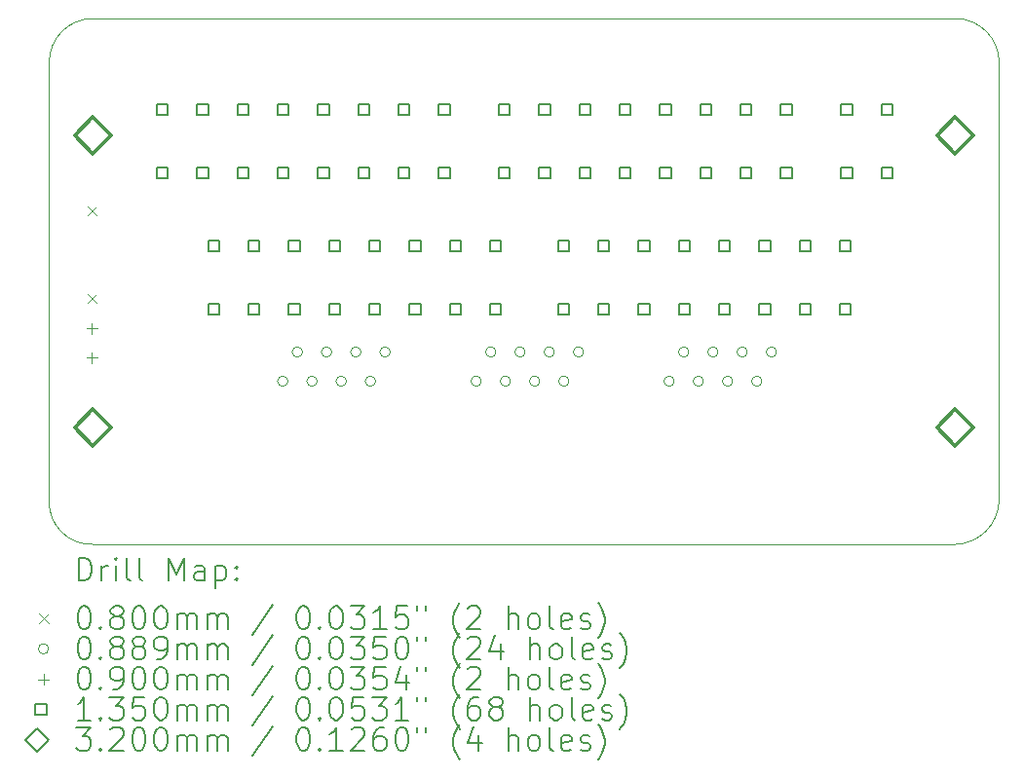
<source format=gbr>
%TF.GenerationSoftware,KiCad,Pcbnew,7.0.7*%
%TF.CreationDate,2024-07-14T01:35:03-07:00*%
%TF.ProjectId,AnalogBox,416e616c-6f67-4426-9f78-2e6b69636164,rev?*%
%TF.SameCoordinates,Original*%
%TF.FileFunction,Drillmap*%
%TF.FilePolarity,Positive*%
%FSLAX45Y45*%
G04 Gerber Fmt 4.5, Leading zero omitted, Abs format (unit mm)*
G04 Created by KiCad (PCBNEW 7.0.7) date 2024-07-14 01:35:03*
%MOMM*%
%LPD*%
G01*
G04 APERTURE LIST*
%ADD10C,0.100000*%
%ADD11C,0.200000*%
%ADD12C,0.080000*%
%ADD13C,0.088900*%
%ADD14C,0.090000*%
%ADD15C,0.135000*%
%ADD16C,0.320000*%
G04 APERTURE END LIST*
D10*
X2921000Y-2540000D02*
X10414000Y-2540000D01*
X2921000Y-2540000D02*
G75*
G03*
X2540000Y-2921000I0J-381000D01*
G01*
X10795000Y-2921000D02*
G75*
G03*
X10414000Y-2540000I-381000J0D01*
G01*
X2540000Y-6731000D02*
G75*
G03*
X2921000Y-7112000I366813J-14187D01*
G01*
X10414000Y-7112000D02*
X2921000Y-7112000D01*
X10414000Y-7112000D02*
G75*
G03*
X10795000Y-6731000I-9814J390814D01*
G01*
X10795000Y-2921000D02*
X10795000Y-6731000D01*
X2540000Y-6731000D02*
X2540000Y-2921000D01*
D11*
D12*
X2871000Y-4174000D02*
X2951000Y-4254000D01*
X2951000Y-4174000D02*
X2871000Y-4254000D01*
X2871000Y-4936000D02*
X2951000Y-5016000D01*
X2951000Y-4936000D02*
X2871000Y-5016000D01*
D13*
X4614450Y-5693460D02*
G75*
G03*
X4614450Y-5693460I-44450J0D01*
G01*
X4741450Y-5439460D02*
G75*
G03*
X4741450Y-5439460I-44450J0D01*
G01*
X4868450Y-5693460D02*
G75*
G03*
X4868450Y-5693460I-44450J0D01*
G01*
X4995450Y-5439460D02*
G75*
G03*
X4995450Y-5439460I-44450J0D01*
G01*
X5122450Y-5693460D02*
G75*
G03*
X5122450Y-5693460I-44450J0D01*
G01*
X5249450Y-5439460D02*
G75*
G03*
X5249450Y-5439460I-44450J0D01*
G01*
X5376450Y-5693460D02*
G75*
G03*
X5376450Y-5693460I-44450J0D01*
G01*
X5503450Y-5439460D02*
G75*
G03*
X5503450Y-5439460I-44450J0D01*
G01*
X6294440Y-5693460D02*
G75*
G03*
X6294440Y-5693460I-44450J0D01*
G01*
X6421440Y-5439460D02*
G75*
G03*
X6421440Y-5439460I-44450J0D01*
G01*
X6548440Y-5693460D02*
G75*
G03*
X6548440Y-5693460I-44450J0D01*
G01*
X6675440Y-5439460D02*
G75*
G03*
X6675440Y-5439460I-44450J0D01*
G01*
X6802440Y-5693460D02*
G75*
G03*
X6802440Y-5693460I-44450J0D01*
G01*
X6929440Y-5439460D02*
G75*
G03*
X6929440Y-5439460I-44450J0D01*
G01*
X7056440Y-5693460D02*
G75*
G03*
X7056440Y-5693460I-44450J0D01*
G01*
X7183440Y-5439460D02*
G75*
G03*
X7183440Y-5439460I-44450J0D01*
G01*
X7971440Y-5693460D02*
G75*
G03*
X7971440Y-5693460I-44450J0D01*
G01*
X8098440Y-5439460D02*
G75*
G03*
X8098440Y-5439460I-44450J0D01*
G01*
X8225440Y-5693460D02*
G75*
G03*
X8225440Y-5693460I-44450J0D01*
G01*
X8352440Y-5439460D02*
G75*
G03*
X8352440Y-5439460I-44450J0D01*
G01*
X8479440Y-5693460D02*
G75*
G03*
X8479440Y-5693460I-44450J0D01*
G01*
X8606440Y-5439460D02*
G75*
G03*
X8606440Y-5439460I-44450J0D01*
G01*
X8733440Y-5693460D02*
G75*
G03*
X8733440Y-5693460I-44450J0D01*
G01*
X8860440Y-5439460D02*
G75*
G03*
X8860440Y-5439460I-44450J0D01*
G01*
D14*
X2911000Y-5189000D02*
X2911000Y-5279000D01*
X2866000Y-5234000D02*
X2956000Y-5234000D01*
X2911000Y-5443000D02*
X2911000Y-5533000D01*
X2866000Y-5488000D02*
X2956000Y-5488000D01*
D15*
X3570730Y-3376730D02*
X3570730Y-3281270D01*
X3475270Y-3281270D01*
X3475270Y-3376730D01*
X3570730Y-3376730D01*
X3570730Y-3926730D02*
X3570730Y-3831270D01*
X3475270Y-3831270D01*
X3475270Y-3926730D01*
X3570730Y-3926730D01*
X3920730Y-3376730D02*
X3920730Y-3281270D01*
X3825270Y-3281270D01*
X3825270Y-3376730D01*
X3920730Y-3376730D01*
X3920730Y-3926730D02*
X3920730Y-3831270D01*
X3825270Y-3831270D01*
X3825270Y-3926730D01*
X3920730Y-3926730D01*
X4016730Y-4563730D02*
X4016730Y-4468270D01*
X3921270Y-4468270D01*
X3921270Y-4563730D01*
X4016730Y-4563730D01*
X4016730Y-5113730D02*
X4016730Y-5018270D01*
X3921270Y-5018270D01*
X3921270Y-5113730D01*
X4016730Y-5113730D01*
X4270730Y-3376730D02*
X4270730Y-3281270D01*
X4175270Y-3281270D01*
X4175270Y-3376730D01*
X4270730Y-3376730D01*
X4270730Y-3926730D02*
X4270730Y-3831270D01*
X4175270Y-3831270D01*
X4175270Y-3926730D01*
X4270730Y-3926730D01*
X4366730Y-4563730D02*
X4366730Y-4468270D01*
X4271270Y-4468270D01*
X4271270Y-4563730D01*
X4366730Y-4563730D01*
X4366730Y-5113730D02*
X4366730Y-5018270D01*
X4271270Y-5018270D01*
X4271270Y-5113730D01*
X4366730Y-5113730D01*
X4620730Y-3376730D02*
X4620730Y-3281270D01*
X4525270Y-3281270D01*
X4525270Y-3376730D01*
X4620730Y-3376730D01*
X4620730Y-3926730D02*
X4620730Y-3831270D01*
X4525270Y-3831270D01*
X4525270Y-3926730D01*
X4620730Y-3926730D01*
X4716730Y-4563730D02*
X4716730Y-4468270D01*
X4621270Y-4468270D01*
X4621270Y-4563730D01*
X4716730Y-4563730D01*
X4716730Y-5113730D02*
X4716730Y-5018270D01*
X4621270Y-5018270D01*
X4621270Y-5113730D01*
X4716730Y-5113730D01*
X4970730Y-3376730D02*
X4970730Y-3281270D01*
X4875270Y-3281270D01*
X4875270Y-3376730D01*
X4970730Y-3376730D01*
X4970730Y-3926730D02*
X4970730Y-3831270D01*
X4875270Y-3831270D01*
X4875270Y-3926730D01*
X4970730Y-3926730D01*
X5066730Y-4563730D02*
X5066730Y-4468270D01*
X4971270Y-4468270D01*
X4971270Y-4563730D01*
X5066730Y-4563730D01*
X5066730Y-5113730D02*
X5066730Y-5018270D01*
X4971270Y-5018270D01*
X4971270Y-5113730D01*
X5066730Y-5113730D01*
X5320730Y-3376730D02*
X5320730Y-3281270D01*
X5225270Y-3281270D01*
X5225270Y-3376730D01*
X5320730Y-3376730D01*
X5320730Y-3926730D02*
X5320730Y-3831270D01*
X5225270Y-3831270D01*
X5225270Y-3926730D01*
X5320730Y-3926730D01*
X5416730Y-4563730D02*
X5416730Y-4468270D01*
X5321270Y-4468270D01*
X5321270Y-4563730D01*
X5416730Y-4563730D01*
X5416730Y-5113730D02*
X5416730Y-5018270D01*
X5321270Y-5018270D01*
X5321270Y-5113730D01*
X5416730Y-5113730D01*
X5670730Y-3376730D02*
X5670730Y-3281270D01*
X5575270Y-3281270D01*
X5575270Y-3376730D01*
X5670730Y-3376730D01*
X5670730Y-3926730D02*
X5670730Y-3831270D01*
X5575270Y-3831270D01*
X5575270Y-3926730D01*
X5670730Y-3926730D01*
X5766730Y-4563730D02*
X5766730Y-4468270D01*
X5671270Y-4468270D01*
X5671270Y-4563730D01*
X5766730Y-4563730D01*
X5766730Y-5113730D02*
X5766730Y-5018270D01*
X5671270Y-5018270D01*
X5671270Y-5113730D01*
X5766730Y-5113730D01*
X6020730Y-3376730D02*
X6020730Y-3281270D01*
X5925270Y-3281270D01*
X5925270Y-3376730D01*
X6020730Y-3376730D01*
X6020730Y-3926730D02*
X6020730Y-3831270D01*
X5925270Y-3831270D01*
X5925270Y-3926730D01*
X6020730Y-3926730D01*
X6116730Y-4563730D02*
X6116730Y-4468270D01*
X6021270Y-4468270D01*
X6021270Y-4563730D01*
X6116730Y-4563730D01*
X6116730Y-5113730D02*
X6116730Y-5018270D01*
X6021270Y-5018270D01*
X6021270Y-5113730D01*
X6116730Y-5113730D01*
X6466730Y-4563730D02*
X6466730Y-4468270D01*
X6371270Y-4468270D01*
X6371270Y-4563730D01*
X6466730Y-4563730D01*
X6466730Y-5113730D02*
X6466730Y-5018270D01*
X6371270Y-5018270D01*
X6371270Y-5113730D01*
X6466730Y-5113730D01*
X6544230Y-3376730D02*
X6544230Y-3281270D01*
X6448770Y-3281270D01*
X6448770Y-3376730D01*
X6544230Y-3376730D01*
X6544230Y-3926730D02*
X6544230Y-3831270D01*
X6448770Y-3831270D01*
X6448770Y-3926730D01*
X6544230Y-3926730D01*
X6894230Y-3376730D02*
X6894230Y-3281270D01*
X6798770Y-3281270D01*
X6798770Y-3376730D01*
X6894230Y-3376730D01*
X6894230Y-3926730D02*
X6894230Y-3831270D01*
X6798770Y-3831270D01*
X6798770Y-3926730D01*
X6894230Y-3926730D01*
X7056730Y-4563730D02*
X7056730Y-4468270D01*
X6961270Y-4468270D01*
X6961270Y-4563730D01*
X7056730Y-4563730D01*
X7056730Y-5113730D02*
X7056730Y-5018270D01*
X6961270Y-5018270D01*
X6961270Y-5113730D01*
X7056730Y-5113730D01*
X7244230Y-3376730D02*
X7244230Y-3281270D01*
X7148770Y-3281270D01*
X7148770Y-3376730D01*
X7244230Y-3376730D01*
X7244230Y-3926730D02*
X7244230Y-3831270D01*
X7148770Y-3831270D01*
X7148770Y-3926730D01*
X7244230Y-3926730D01*
X7406730Y-4563730D02*
X7406730Y-4468270D01*
X7311270Y-4468270D01*
X7311270Y-4563730D01*
X7406730Y-4563730D01*
X7406730Y-5113730D02*
X7406730Y-5018270D01*
X7311270Y-5018270D01*
X7311270Y-5113730D01*
X7406730Y-5113730D01*
X7594230Y-3376730D02*
X7594230Y-3281270D01*
X7498770Y-3281270D01*
X7498770Y-3376730D01*
X7594230Y-3376730D01*
X7594230Y-3926730D02*
X7594230Y-3831270D01*
X7498770Y-3831270D01*
X7498770Y-3926730D01*
X7594230Y-3926730D01*
X7756730Y-4563730D02*
X7756730Y-4468270D01*
X7661270Y-4468270D01*
X7661270Y-4563730D01*
X7756730Y-4563730D01*
X7756730Y-5113730D02*
X7756730Y-5018270D01*
X7661270Y-5018270D01*
X7661270Y-5113730D01*
X7756730Y-5113730D01*
X7944230Y-3376730D02*
X7944230Y-3281270D01*
X7848770Y-3281270D01*
X7848770Y-3376730D01*
X7944230Y-3376730D01*
X7944230Y-3926730D02*
X7944230Y-3831270D01*
X7848770Y-3831270D01*
X7848770Y-3926730D01*
X7944230Y-3926730D01*
X8106730Y-4563730D02*
X8106730Y-4468270D01*
X8011270Y-4468270D01*
X8011270Y-4563730D01*
X8106730Y-4563730D01*
X8106730Y-5113730D02*
X8106730Y-5018270D01*
X8011270Y-5018270D01*
X8011270Y-5113730D01*
X8106730Y-5113730D01*
X8294230Y-3376730D02*
X8294230Y-3281270D01*
X8198770Y-3281270D01*
X8198770Y-3376730D01*
X8294230Y-3376730D01*
X8294230Y-3926730D02*
X8294230Y-3831270D01*
X8198770Y-3831270D01*
X8198770Y-3926730D01*
X8294230Y-3926730D01*
X8456730Y-4563730D02*
X8456730Y-4468270D01*
X8361270Y-4468270D01*
X8361270Y-4563730D01*
X8456730Y-4563730D01*
X8456730Y-5113730D02*
X8456730Y-5018270D01*
X8361270Y-5018270D01*
X8361270Y-5113730D01*
X8456730Y-5113730D01*
X8644230Y-3376730D02*
X8644230Y-3281270D01*
X8548770Y-3281270D01*
X8548770Y-3376730D01*
X8644230Y-3376730D01*
X8644230Y-3926730D02*
X8644230Y-3831270D01*
X8548770Y-3831270D01*
X8548770Y-3926730D01*
X8644230Y-3926730D01*
X8806730Y-4563730D02*
X8806730Y-4468270D01*
X8711270Y-4468270D01*
X8711270Y-4563730D01*
X8806730Y-4563730D01*
X8806730Y-5113730D02*
X8806730Y-5018270D01*
X8711270Y-5018270D01*
X8711270Y-5113730D01*
X8806730Y-5113730D01*
X8994230Y-3376730D02*
X8994230Y-3281270D01*
X8898770Y-3281270D01*
X8898770Y-3376730D01*
X8994230Y-3376730D01*
X8994230Y-3926730D02*
X8994230Y-3831270D01*
X8898770Y-3831270D01*
X8898770Y-3926730D01*
X8994230Y-3926730D01*
X9156730Y-4563730D02*
X9156730Y-4468270D01*
X9061270Y-4468270D01*
X9061270Y-4563730D01*
X9156730Y-4563730D01*
X9156730Y-5113730D02*
X9156730Y-5018270D01*
X9061270Y-5018270D01*
X9061270Y-5113730D01*
X9156730Y-5113730D01*
X9506730Y-4563730D02*
X9506730Y-4468270D01*
X9411270Y-4468270D01*
X9411270Y-4563730D01*
X9506730Y-4563730D01*
X9506730Y-5113730D02*
X9506730Y-5018270D01*
X9411270Y-5018270D01*
X9411270Y-5113730D01*
X9506730Y-5113730D01*
X9517730Y-3376730D02*
X9517730Y-3281270D01*
X9422270Y-3281270D01*
X9422270Y-3376730D01*
X9517730Y-3376730D01*
X9517730Y-3926730D02*
X9517730Y-3831270D01*
X9422270Y-3831270D01*
X9422270Y-3926730D01*
X9517730Y-3926730D01*
X9867730Y-3376730D02*
X9867730Y-3281270D01*
X9772270Y-3281270D01*
X9772270Y-3376730D01*
X9867730Y-3376730D01*
X9867730Y-3926730D02*
X9867730Y-3831270D01*
X9772270Y-3831270D01*
X9772270Y-3926730D01*
X9867730Y-3926730D01*
D16*
X2921000Y-3716000D02*
X3081000Y-3556000D01*
X2921000Y-3396000D01*
X2761000Y-3556000D01*
X2921000Y-3716000D01*
X2921000Y-6256000D02*
X3081000Y-6096000D01*
X2921000Y-5936000D01*
X2761000Y-6096000D01*
X2921000Y-6256000D01*
X10414000Y-3716000D02*
X10574000Y-3556000D01*
X10414000Y-3396000D01*
X10254000Y-3556000D01*
X10414000Y-3716000D01*
X10414000Y-6256000D02*
X10574000Y-6096000D01*
X10414000Y-5936000D01*
X10254000Y-6096000D01*
X10414000Y-6256000D01*
D11*
X2795503Y-7428758D02*
X2795503Y-7228758D01*
X2795503Y-7228758D02*
X2843122Y-7228758D01*
X2843122Y-7228758D02*
X2871693Y-7238282D01*
X2871693Y-7238282D02*
X2890741Y-7257329D01*
X2890741Y-7257329D02*
X2900264Y-7276377D01*
X2900264Y-7276377D02*
X2909788Y-7314472D01*
X2909788Y-7314472D02*
X2909788Y-7343044D01*
X2909788Y-7343044D02*
X2900264Y-7381139D01*
X2900264Y-7381139D02*
X2890741Y-7400186D01*
X2890741Y-7400186D02*
X2871693Y-7419234D01*
X2871693Y-7419234D02*
X2843122Y-7428758D01*
X2843122Y-7428758D02*
X2795503Y-7428758D01*
X2995503Y-7428758D02*
X2995503Y-7295425D01*
X2995503Y-7333520D02*
X3005026Y-7314472D01*
X3005026Y-7314472D02*
X3014550Y-7304948D01*
X3014550Y-7304948D02*
X3033598Y-7295425D01*
X3033598Y-7295425D02*
X3052645Y-7295425D01*
X3119312Y-7428758D02*
X3119312Y-7295425D01*
X3119312Y-7228758D02*
X3109788Y-7238282D01*
X3109788Y-7238282D02*
X3119312Y-7247806D01*
X3119312Y-7247806D02*
X3128836Y-7238282D01*
X3128836Y-7238282D02*
X3119312Y-7228758D01*
X3119312Y-7228758D02*
X3119312Y-7247806D01*
X3243122Y-7428758D02*
X3224074Y-7419234D01*
X3224074Y-7419234D02*
X3214550Y-7400186D01*
X3214550Y-7400186D02*
X3214550Y-7228758D01*
X3347883Y-7428758D02*
X3328836Y-7419234D01*
X3328836Y-7419234D02*
X3319312Y-7400186D01*
X3319312Y-7400186D02*
X3319312Y-7228758D01*
X3576455Y-7428758D02*
X3576455Y-7228758D01*
X3576455Y-7228758D02*
X3643122Y-7371615D01*
X3643122Y-7371615D02*
X3709788Y-7228758D01*
X3709788Y-7228758D02*
X3709788Y-7428758D01*
X3890741Y-7428758D02*
X3890741Y-7323996D01*
X3890741Y-7323996D02*
X3881217Y-7304948D01*
X3881217Y-7304948D02*
X3862169Y-7295425D01*
X3862169Y-7295425D02*
X3824074Y-7295425D01*
X3824074Y-7295425D02*
X3805026Y-7304948D01*
X3890741Y-7419234D02*
X3871693Y-7428758D01*
X3871693Y-7428758D02*
X3824074Y-7428758D01*
X3824074Y-7428758D02*
X3805026Y-7419234D01*
X3805026Y-7419234D02*
X3795503Y-7400186D01*
X3795503Y-7400186D02*
X3795503Y-7381139D01*
X3795503Y-7381139D02*
X3805026Y-7362091D01*
X3805026Y-7362091D02*
X3824074Y-7352567D01*
X3824074Y-7352567D02*
X3871693Y-7352567D01*
X3871693Y-7352567D02*
X3890741Y-7343044D01*
X3985979Y-7295425D02*
X3985979Y-7495425D01*
X3985979Y-7304948D02*
X4005026Y-7295425D01*
X4005026Y-7295425D02*
X4043122Y-7295425D01*
X4043122Y-7295425D02*
X4062169Y-7304948D01*
X4062169Y-7304948D02*
X4071693Y-7314472D01*
X4071693Y-7314472D02*
X4081217Y-7333520D01*
X4081217Y-7333520D02*
X4081217Y-7390663D01*
X4081217Y-7390663D02*
X4071693Y-7409710D01*
X4071693Y-7409710D02*
X4062169Y-7419234D01*
X4062169Y-7419234D02*
X4043122Y-7428758D01*
X4043122Y-7428758D02*
X4005026Y-7428758D01*
X4005026Y-7428758D02*
X3985979Y-7419234D01*
X4166931Y-7409710D02*
X4176455Y-7419234D01*
X4176455Y-7419234D02*
X4166931Y-7428758D01*
X4166931Y-7428758D02*
X4157407Y-7419234D01*
X4157407Y-7419234D02*
X4166931Y-7409710D01*
X4166931Y-7409710D02*
X4166931Y-7428758D01*
X4166931Y-7304948D02*
X4176455Y-7314472D01*
X4176455Y-7314472D02*
X4166931Y-7323996D01*
X4166931Y-7323996D02*
X4157407Y-7314472D01*
X4157407Y-7314472D02*
X4166931Y-7304948D01*
X4166931Y-7304948D02*
X4166931Y-7323996D01*
D12*
X2454726Y-7717274D02*
X2534726Y-7797274D01*
X2534726Y-7717274D02*
X2454726Y-7797274D01*
D11*
X2833598Y-7648758D02*
X2852645Y-7648758D01*
X2852645Y-7648758D02*
X2871693Y-7658282D01*
X2871693Y-7658282D02*
X2881217Y-7667806D01*
X2881217Y-7667806D02*
X2890741Y-7686853D01*
X2890741Y-7686853D02*
X2900264Y-7724948D01*
X2900264Y-7724948D02*
X2900264Y-7772567D01*
X2900264Y-7772567D02*
X2890741Y-7810663D01*
X2890741Y-7810663D02*
X2881217Y-7829710D01*
X2881217Y-7829710D02*
X2871693Y-7839234D01*
X2871693Y-7839234D02*
X2852645Y-7848758D01*
X2852645Y-7848758D02*
X2833598Y-7848758D01*
X2833598Y-7848758D02*
X2814550Y-7839234D01*
X2814550Y-7839234D02*
X2805026Y-7829710D01*
X2805026Y-7829710D02*
X2795503Y-7810663D01*
X2795503Y-7810663D02*
X2785979Y-7772567D01*
X2785979Y-7772567D02*
X2785979Y-7724948D01*
X2785979Y-7724948D02*
X2795503Y-7686853D01*
X2795503Y-7686853D02*
X2805026Y-7667806D01*
X2805026Y-7667806D02*
X2814550Y-7658282D01*
X2814550Y-7658282D02*
X2833598Y-7648758D01*
X2985979Y-7829710D02*
X2995503Y-7839234D01*
X2995503Y-7839234D02*
X2985979Y-7848758D01*
X2985979Y-7848758D02*
X2976455Y-7839234D01*
X2976455Y-7839234D02*
X2985979Y-7829710D01*
X2985979Y-7829710D02*
X2985979Y-7848758D01*
X3109788Y-7734472D02*
X3090741Y-7724948D01*
X3090741Y-7724948D02*
X3081217Y-7715425D01*
X3081217Y-7715425D02*
X3071693Y-7696377D01*
X3071693Y-7696377D02*
X3071693Y-7686853D01*
X3071693Y-7686853D02*
X3081217Y-7667806D01*
X3081217Y-7667806D02*
X3090741Y-7658282D01*
X3090741Y-7658282D02*
X3109788Y-7648758D01*
X3109788Y-7648758D02*
X3147884Y-7648758D01*
X3147884Y-7648758D02*
X3166931Y-7658282D01*
X3166931Y-7658282D02*
X3176455Y-7667806D01*
X3176455Y-7667806D02*
X3185979Y-7686853D01*
X3185979Y-7686853D02*
X3185979Y-7696377D01*
X3185979Y-7696377D02*
X3176455Y-7715425D01*
X3176455Y-7715425D02*
X3166931Y-7724948D01*
X3166931Y-7724948D02*
X3147884Y-7734472D01*
X3147884Y-7734472D02*
X3109788Y-7734472D01*
X3109788Y-7734472D02*
X3090741Y-7743996D01*
X3090741Y-7743996D02*
X3081217Y-7753520D01*
X3081217Y-7753520D02*
X3071693Y-7772567D01*
X3071693Y-7772567D02*
X3071693Y-7810663D01*
X3071693Y-7810663D02*
X3081217Y-7829710D01*
X3081217Y-7829710D02*
X3090741Y-7839234D01*
X3090741Y-7839234D02*
X3109788Y-7848758D01*
X3109788Y-7848758D02*
X3147884Y-7848758D01*
X3147884Y-7848758D02*
X3166931Y-7839234D01*
X3166931Y-7839234D02*
X3176455Y-7829710D01*
X3176455Y-7829710D02*
X3185979Y-7810663D01*
X3185979Y-7810663D02*
X3185979Y-7772567D01*
X3185979Y-7772567D02*
X3176455Y-7753520D01*
X3176455Y-7753520D02*
X3166931Y-7743996D01*
X3166931Y-7743996D02*
X3147884Y-7734472D01*
X3309788Y-7648758D02*
X3328836Y-7648758D01*
X3328836Y-7648758D02*
X3347884Y-7658282D01*
X3347884Y-7658282D02*
X3357407Y-7667806D01*
X3357407Y-7667806D02*
X3366931Y-7686853D01*
X3366931Y-7686853D02*
X3376455Y-7724948D01*
X3376455Y-7724948D02*
X3376455Y-7772567D01*
X3376455Y-7772567D02*
X3366931Y-7810663D01*
X3366931Y-7810663D02*
X3357407Y-7829710D01*
X3357407Y-7829710D02*
X3347884Y-7839234D01*
X3347884Y-7839234D02*
X3328836Y-7848758D01*
X3328836Y-7848758D02*
X3309788Y-7848758D01*
X3309788Y-7848758D02*
X3290741Y-7839234D01*
X3290741Y-7839234D02*
X3281217Y-7829710D01*
X3281217Y-7829710D02*
X3271693Y-7810663D01*
X3271693Y-7810663D02*
X3262169Y-7772567D01*
X3262169Y-7772567D02*
X3262169Y-7724948D01*
X3262169Y-7724948D02*
X3271693Y-7686853D01*
X3271693Y-7686853D02*
X3281217Y-7667806D01*
X3281217Y-7667806D02*
X3290741Y-7658282D01*
X3290741Y-7658282D02*
X3309788Y-7648758D01*
X3500264Y-7648758D02*
X3519312Y-7648758D01*
X3519312Y-7648758D02*
X3538360Y-7658282D01*
X3538360Y-7658282D02*
X3547884Y-7667806D01*
X3547884Y-7667806D02*
X3557407Y-7686853D01*
X3557407Y-7686853D02*
X3566931Y-7724948D01*
X3566931Y-7724948D02*
X3566931Y-7772567D01*
X3566931Y-7772567D02*
X3557407Y-7810663D01*
X3557407Y-7810663D02*
X3547884Y-7829710D01*
X3547884Y-7829710D02*
X3538360Y-7839234D01*
X3538360Y-7839234D02*
X3519312Y-7848758D01*
X3519312Y-7848758D02*
X3500264Y-7848758D01*
X3500264Y-7848758D02*
X3481217Y-7839234D01*
X3481217Y-7839234D02*
X3471693Y-7829710D01*
X3471693Y-7829710D02*
X3462169Y-7810663D01*
X3462169Y-7810663D02*
X3452645Y-7772567D01*
X3452645Y-7772567D02*
X3452645Y-7724948D01*
X3452645Y-7724948D02*
X3462169Y-7686853D01*
X3462169Y-7686853D02*
X3471693Y-7667806D01*
X3471693Y-7667806D02*
X3481217Y-7658282D01*
X3481217Y-7658282D02*
X3500264Y-7648758D01*
X3652645Y-7848758D02*
X3652645Y-7715425D01*
X3652645Y-7734472D02*
X3662169Y-7724948D01*
X3662169Y-7724948D02*
X3681217Y-7715425D01*
X3681217Y-7715425D02*
X3709788Y-7715425D01*
X3709788Y-7715425D02*
X3728836Y-7724948D01*
X3728836Y-7724948D02*
X3738360Y-7743996D01*
X3738360Y-7743996D02*
X3738360Y-7848758D01*
X3738360Y-7743996D02*
X3747884Y-7724948D01*
X3747884Y-7724948D02*
X3766931Y-7715425D01*
X3766931Y-7715425D02*
X3795503Y-7715425D01*
X3795503Y-7715425D02*
X3814550Y-7724948D01*
X3814550Y-7724948D02*
X3824074Y-7743996D01*
X3824074Y-7743996D02*
X3824074Y-7848758D01*
X3919312Y-7848758D02*
X3919312Y-7715425D01*
X3919312Y-7734472D02*
X3928836Y-7724948D01*
X3928836Y-7724948D02*
X3947884Y-7715425D01*
X3947884Y-7715425D02*
X3976455Y-7715425D01*
X3976455Y-7715425D02*
X3995503Y-7724948D01*
X3995503Y-7724948D02*
X4005026Y-7743996D01*
X4005026Y-7743996D02*
X4005026Y-7848758D01*
X4005026Y-7743996D02*
X4014550Y-7724948D01*
X4014550Y-7724948D02*
X4033598Y-7715425D01*
X4033598Y-7715425D02*
X4062169Y-7715425D01*
X4062169Y-7715425D02*
X4081217Y-7724948D01*
X4081217Y-7724948D02*
X4090741Y-7743996D01*
X4090741Y-7743996D02*
X4090741Y-7848758D01*
X4481217Y-7639234D02*
X4309789Y-7896377D01*
X4738360Y-7648758D02*
X4757408Y-7648758D01*
X4757408Y-7648758D02*
X4776455Y-7658282D01*
X4776455Y-7658282D02*
X4785979Y-7667806D01*
X4785979Y-7667806D02*
X4795503Y-7686853D01*
X4795503Y-7686853D02*
X4805027Y-7724948D01*
X4805027Y-7724948D02*
X4805027Y-7772567D01*
X4805027Y-7772567D02*
X4795503Y-7810663D01*
X4795503Y-7810663D02*
X4785979Y-7829710D01*
X4785979Y-7829710D02*
X4776455Y-7839234D01*
X4776455Y-7839234D02*
X4757408Y-7848758D01*
X4757408Y-7848758D02*
X4738360Y-7848758D01*
X4738360Y-7848758D02*
X4719312Y-7839234D01*
X4719312Y-7839234D02*
X4709789Y-7829710D01*
X4709789Y-7829710D02*
X4700265Y-7810663D01*
X4700265Y-7810663D02*
X4690741Y-7772567D01*
X4690741Y-7772567D02*
X4690741Y-7724948D01*
X4690741Y-7724948D02*
X4700265Y-7686853D01*
X4700265Y-7686853D02*
X4709789Y-7667806D01*
X4709789Y-7667806D02*
X4719312Y-7658282D01*
X4719312Y-7658282D02*
X4738360Y-7648758D01*
X4890741Y-7829710D02*
X4900265Y-7839234D01*
X4900265Y-7839234D02*
X4890741Y-7848758D01*
X4890741Y-7848758D02*
X4881217Y-7839234D01*
X4881217Y-7839234D02*
X4890741Y-7829710D01*
X4890741Y-7829710D02*
X4890741Y-7848758D01*
X5024074Y-7648758D02*
X5043122Y-7648758D01*
X5043122Y-7648758D02*
X5062170Y-7658282D01*
X5062170Y-7658282D02*
X5071693Y-7667806D01*
X5071693Y-7667806D02*
X5081217Y-7686853D01*
X5081217Y-7686853D02*
X5090741Y-7724948D01*
X5090741Y-7724948D02*
X5090741Y-7772567D01*
X5090741Y-7772567D02*
X5081217Y-7810663D01*
X5081217Y-7810663D02*
X5071693Y-7829710D01*
X5071693Y-7829710D02*
X5062170Y-7839234D01*
X5062170Y-7839234D02*
X5043122Y-7848758D01*
X5043122Y-7848758D02*
X5024074Y-7848758D01*
X5024074Y-7848758D02*
X5005027Y-7839234D01*
X5005027Y-7839234D02*
X4995503Y-7829710D01*
X4995503Y-7829710D02*
X4985979Y-7810663D01*
X4985979Y-7810663D02*
X4976455Y-7772567D01*
X4976455Y-7772567D02*
X4976455Y-7724948D01*
X4976455Y-7724948D02*
X4985979Y-7686853D01*
X4985979Y-7686853D02*
X4995503Y-7667806D01*
X4995503Y-7667806D02*
X5005027Y-7658282D01*
X5005027Y-7658282D02*
X5024074Y-7648758D01*
X5157408Y-7648758D02*
X5281217Y-7648758D01*
X5281217Y-7648758D02*
X5214550Y-7724948D01*
X5214550Y-7724948D02*
X5243122Y-7724948D01*
X5243122Y-7724948D02*
X5262170Y-7734472D01*
X5262170Y-7734472D02*
X5271693Y-7743996D01*
X5271693Y-7743996D02*
X5281217Y-7763044D01*
X5281217Y-7763044D02*
X5281217Y-7810663D01*
X5281217Y-7810663D02*
X5271693Y-7829710D01*
X5271693Y-7829710D02*
X5262170Y-7839234D01*
X5262170Y-7839234D02*
X5243122Y-7848758D01*
X5243122Y-7848758D02*
X5185979Y-7848758D01*
X5185979Y-7848758D02*
X5166931Y-7839234D01*
X5166931Y-7839234D02*
X5157408Y-7829710D01*
X5471693Y-7848758D02*
X5357408Y-7848758D01*
X5414550Y-7848758D02*
X5414550Y-7648758D01*
X5414550Y-7648758D02*
X5395503Y-7677329D01*
X5395503Y-7677329D02*
X5376455Y-7696377D01*
X5376455Y-7696377D02*
X5357408Y-7705901D01*
X5652646Y-7648758D02*
X5557408Y-7648758D01*
X5557408Y-7648758D02*
X5547884Y-7743996D01*
X5547884Y-7743996D02*
X5557408Y-7734472D01*
X5557408Y-7734472D02*
X5576455Y-7724948D01*
X5576455Y-7724948D02*
X5624074Y-7724948D01*
X5624074Y-7724948D02*
X5643122Y-7734472D01*
X5643122Y-7734472D02*
X5652646Y-7743996D01*
X5652646Y-7743996D02*
X5662169Y-7763044D01*
X5662169Y-7763044D02*
X5662169Y-7810663D01*
X5662169Y-7810663D02*
X5652646Y-7829710D01*
X5652646Y-7829710D02*
X5643122Y-7839234D01*
X5643122Y-7839234D02*
X5624074Y-7848758D01*
X5624074Y-7848758D02*
X5576455Y-7848758D01*
X5576455Y-7848758D02*
X5557408Y-7839234D01*
X5557408Y-7839234D02*
X5547884Y-7829710D01*
X5738360Y-7648758D02*
X5738360Y-7686853D01*
X5814550Y-7648758D02*
X5814550Y-7686853D01*
X6109789Y-7924948D02*
X6100265Y-7915425D01*
X6100265Y-7915425D02*
X6081217Y-7886853D01*
X6081217Y-7886853D02*
X6071693Y-7867806D01*
X6071693Y-7867806D02*
X6062170Y-7839234D01*
X6062170Y-7839234D02*
X6052646Y-7791615D01*
X6052646Y-7791615D02*
X6052646Y-7753520D01*
X6052646Y-7753520D02*
X6062170Y-7705901D01*
X6062170Y-7705901D02*
X6071693Y-7677329D01*
X6071693Y-7677329D02*
X6081217Y-7658282D01*
X6081217Y-7658282D02*
X6100265Y-7629710D01*
X6100265Y-7629710D02*
X6109789Y-7620186D01*
X6176455Y-7667806D02*
X6185979Y-7658282D01*
X6185979Y-7658282D02*
X6205027Y-7648758D01*
X6205027Y-7648758D02*
X6252646Y-7648758D01*
X6252646Y-7648758D02*
X6271693Y-7658282D01*
X6271693Y-7658282D02*
X6281217Y-7667806D01*
X6281217Y-7667806D02*
X6290741Y-7686853D01*
X6290741Y-7686853D02*
X6290741Y-7705901D01*
X6290741Y-7705901D02*
X6281217Y-7734472D01*
X6281217Y-7734472D02*
X6166931Y-7848758D01*
X6166931Y-7848758D02*
X6290741Y-7848758D01*
X6528836Y-7848758D02*
X6528836Y-7648758D01*
X6614551Y-7848758D02*
X6614551Y-7743996D01*
X6614551Y-7743996D02*
X6605027Y-7724948D01*
X6605027Y-7724948D02*
X6585979Y-7715425D01*
X6585979Y-7715425D02*
X6557408Y-7715425D01*
X6557408Y-7715425D02*
X6538360Y-7724948D01*
X6538360Y-7724948D02*
X6528836Y-7734472D01*
X6738360Y-7848758D02*
X6719312Y-7839234D01*
X6719312Y-7839234D02*
X6709789Y-7829710D01*
X6709789Y-7829710D02*
X6700265Y-7810663D01*
X6700265Y-7810663D02*
X6700265Y-7753520D01*
X6700265Y-7753520D02*
X6709789Y-7734472D01*
X6709789Y-7734472D02*
X6719312Y-7724948D01*
X6719312Y-7724948D02*
X6738360Y-7715425D01*
X6738360Y-7715425D02*
X6766932Y-7715425D01*
X6766932Y-7715425D02*
X6785979Y-7724948D01*
X6785979Y-7724948D02*
X6795503Y-7734472D01*
X6795503Y-7734472D02*
X6805027Y-7753520D01*
X6805027Y-7753520D02*
X6805027Y-7810663D01*
X6805027Y-7810663D02*
X6795503Y-7829710D01*
X6795503Y-7829710D02*
X6785979Y-7839234D01*
X6785979Y-7839234D02*
X6766932Y-7848758D01*
X6766932Y-7848758D02*
X6738360Y-7848758D01*
X6919312Y-7848758D02*
X6900265Y-7839234D01*
X6900265Y-7839234D02*
X6890741Y-7820186D01*
X6890741Y-7820186D02*
X6890741Y-7648758D01*
X7071693Y-7839234D02*
X7052646Y-7848758D01*
X7052646Y-7848758D02*
X7014551Y-7848758D01*
X7014551Y-7848758D02*
X6995503Y-7839234D01*
X6995503Y-7839234D02*
X6985979Y-7820186D01*
X6985979Y-7820186D02*
X6985979Y-7743996D01*
X6985979Y-7743996D02*
X6995503Y-7724948D01*
X6995503Y-7724948D02*
X7014551Y-7715425D01*
X7014551Y-7715425D02*
X7052646Y-7715425D01*
X7052646Y-7715425D02*
X7071693Y-7724948D01*
X7071693Y-7724948D02*
X7081217Y-7743996D01*
X7081217Y-7743996D02*
X7081217Y-7763044D01*
X7081217Y-7763044D02*
X6985979Y-7782091D01*
X7157408Y-7839234D02*
X7176455Y-7848758D01*
X7176455Y-7848758D02*
X7214551Y-7848758D01*
X7214551Y-7848758D02*
X7233598Y-7839234D01*
X7233598Y-7839234D02*
X7243122Y-7820186D01*
X7243122Y-7820186D02*
X7243122Y-7810663D01*
X7243122Y-7810663D02*
X7233598Y-7791615D01*
X7233598Y-7791615D02*
X7214551Y-7782091D01*
X7214551Y-7782091D02*
X7185979Y-7782091D01*
X7185979Y-7782091D02*
X7166932Y-7772567D01*
X7166932Y-7772567D02*
X7157408Y-7753520D01*
X7157408Y-7753520D02*
X7157408Y-7743996D01*
X7157408Y-7743996D02*
X7166932Y-7724948D01*
X7166932Y-7724948D02*
X7185979Y-7715425D01*
X7185979Y-7715425D02*
X7214551Y-7715425D01*
X7214551Y-7715425D02*
X7233598Y-7724948D01*
X7309789Y-7924948D02*
X7319313Y-7915425D01*
X7319313Y-7915425D02*
X7338360Y-7886853D01*
X7338360Y-7886853D02*
X7347884Y-7867806D01*
X7347884Y-7867806D02*
X7357408Y-7839234D01*
X7357408Y-7839234D02*
X7366932Y-7791615D01*
X7366932Y-7791615D02*
X7366932Y-7753520D01*
X7366932Y-7753520D02*
X7357408Y-7705901D01*
X7357408Y-7705901D02*
X7347884Y-7677329D01*
X7347884Y-7677329D02*
X7338360Y-7658282D01*
X7338360Y-7658282D02*
X7319313Y-7629710D01*
X7319313Y-7629710D02*
X7309789Y-7620186D01*
D13*
X2534726Y-8021274D02*
G75*
G03*
X2534726Y-8021274I-44450J0D01*
G01*
D11*
X2833598Y-7912758D02*
X2852645Y-7912758D01*
X2852645Y-7912758D02*
X2871693Y-7922282D01*
X2871693Y-7922282D02*
X2881217Y-7931806D01*
X2881217Y-7931806D02*
X2890741Y-7950853D01*
X2890741Y-7950853D02*
X2900264Y-7988948D01*
X2900264Y-7988948D02*
X2900264Y-8036567D01*
X2900264Y-8036567D02*
X2890741Y-8074663D01*
X2890741Y-8074663D02*
X2881217Y-8093710D01*
X2881217Y-8093710D02*
X2871693Y-8103234D01*
X2871693Y-8103234D02*
X2852645Y-8112758D01*
X2852645Y-8112758D02*
X2833598Y-8112758D01*
X2833598Y-8112758D02*
X2814550Y-8103234D01*
X2814550Y-8103234D02*
X2805026Y-8093710D01*
X2805026Y-8093710D02*
X2795503Y-8074663D01*
X2795503Y-8074663D02*
X2785979Y-8036567D01*
X2785979Y-8036567D02*
X2785979Y-7988948D01*
X2785979Y-7988948D02*
X2795503Y-7950853D01*
X2795503Y-7950853D02*
X2805026Y-7931806D01*
X2805026Y-7931806D02*
X2814550Y-7922282D01*
X2814550Y-7922282D02*
X2833598Y-7912758D01*
X2985979Y-8093710D02*
X2995503Y-8103234D01*
X2995503Y-8103234D02*
X2985979Y-8112758D01*
X2985979Y-8112758D02*
X2976455Y-8103234D01*
X2976455Y-8103234D02*
X2985979Y-8093710D01*
X2985979Y-8093710D02*
X2985979Y-8112758D01*
X3109788Y-7998472D02*
X3090741Y-7988948D01*
X3090741Y-7988948D02*
X3081217Y-7979425D01*
X3081217Y-7979425D02*
X3071693Y-7960377D01*
X3071693Y-7960377D02*
X3071693Y-7950853D01*
X3071693Y-7950853D02*
X3081217Y-7931806D01*
X3081217Y-7931806D02*
X3090741Y-7922282D01*
X3090741Y-7922282D02*
X3109788Y-7912758D01*
X3109788Y-7912758D02*
X3147884Y-7912758D01*
X3147884Y-7912758D02*
X3166931Y-7922282D01*
X3166931Y-7922282D02*
X3176455Y-7931806D01*
X3176455Y-7931806D02*
X3185979Y-7950853D01*
X3185979Y-7950853D02*
X3185979Y-7960377D01*
X3185979Y-7960377D02*
X3176455Y-7979425D01*
X3176455Y-7979425D02*
X3166931Y-7988948D01*
X3166931Y-7988948D02*
X3147884Y-7998472D01*
X3147884Y-7998472D02*
X3109788Y-7998472D01*
X3109788Y-7998472D02*
X3090741Y-8007996D01*
X3090741Y-8007996D02*
X3081217Y-8017520D01*
X3081217Y-8017520D02*
X3071693Y-8036567D01*
X3071693Y-8036567D02*
X3071693Y-8074663D01*
X3071693Y-8074663D02*
X3081217Y-8093710D01*
X3081217Y-8093710D02*
X3090741Y-8103234D01*
X3090741Y-8103234D02*
X3109788Y-8112758D01*
X3109788Y-8112758D02*
X3147884Y-8112758D01*
X3147884Y-8112758D02*
X3166931Y-8103234D01*
X3166931Y-8103234D02*
X3176455Y-8093710D01*
X3176455Y-8093710D02*
X3185979Y-8074663D01*
X3185979Y-8074663D02*
X3185979Y-8036567D01*
X3185979Y-8036567D02*
X3176455Y-8017520D01*
X3176455Y-8017520D02*
X3166931Y-8007996D01*
X3166931Y-8007996D02*
X3147884Y-7998472D01*
X3300264Y-7998472D02*
X3281217Y-7988948D01*
X3281217Y-7988948D02*
X3271693Y-7979425D01*
X3271693Y-7979425D02*
X3262169Y-7960377D01*
X3262169Y-7960377D02*
X3262169Y-7950853D01*
X3262169Y-7950853D02*
X3271693Y-7931806D01*
X3271693Y-7931806D02*
X3281217Y-7922282D01*
X3281217Y-7922282D02*
X3300264Y-7912758D01*
X3300264Y-7912758D02*
X3338360Y-7912758D01*
X3338360Y-7912758D02*
X3357407Y-7922282D01*
X3357407Y-7922282D02*
X3366931Y-7931806D01*
X3366931Y-7931806D02*
X3376455Y-7950853D01*
X3376455Y-7950853D02*
X3376455Y-7960377D01*
X3376455Y-7960377D02*
X3366931Y-7979425D01*
X3366931Y-7979425D02*
X3357407Y-7988948D01*
X3357407Y-7988948D02*
X3338360Y-7998472D01*
X3338360Y-7998472D02*
X3300264Y-7998472D01*
X3300264Y-7998472D02*
X3281217Y-8007996D01*
X3281217Y-8007996D02*
X3271693Y-8017520D01*
X3271693Y-8017520D02*
X3262169Y-8036567D01*
X3262169Y-8036567D02*
X3262169Y-8074663D01*
X3262169Y-8074663D02*
X3271693Y-8093710D01*
X3271693Y-8093710D02*
X3281217Y-8103234D01*
X3281217Y-8103234D02*
X3300264Y-8112758D01*
X3300264Y-8112758D02*
X3338360Y-8112758D01*
X3338360Y-8112758D02*
X3357407Y-8103234D01*
X3357407Y-8103234D02*
X3366931Y-8093710D01*
X3366931Y-8093710D02*
X3376455Y-8074663D01*
X3376455Y-8074663D02*
X3376455Y-8036567D01*
X3376455Y-8036567D02*
X3366931Y-8017520D01*
X3366931Y-8017520D02*
X3357407Y-8007996D01*
X3357407Y-8007996D02*
X3338360Y-7998472D01*
X3471693Y-8112758D02*
X3509788Y-8112758D01*
X3509788Y-8112758D02*
X3528836Y-8103234D01*
X3528836Y-8103234D02*
X3538360Y-8093710D01*
X3538360Y-8093710D02*
X3557407Y-8065139D01*
X3557407Y-8065139D02*
X3566931Y-8027044D01*
X3566931Y-8027044D02*
X3566931Y-7950853D01*
X3566931Y-7950853D02*
X3557407Y-7931806D01*
X3557407Y-7931806D02*
X3547884Y-7922282D01*
X3547884Y-7922282D02*
X3528836Y-7912758D01*
X3528836Y-7912758D02*
X3490741Y-7912758D01*
X3490741Y-7912758D02*
X3471693Y-7922282D01*
X3471693Y-7922282D02*
X3462169Y-7931806D01*
X3462169Y-7931806D02*
X3452645Y-7950853D01*
X3452645Y-7950853D02*
X3452645Y-7998472D01*
X3452645Y-7998472D02*
X3462169Y-8017520D01*
X3462169Y-8017520D02*
X3471693Y-8027044D01*
X3471693Y-8027044D02*
X3490741Y-8036567D01*
X3490741Y-8036567D02*
X3528836Y-8036567D01*
X3528836Y-8036567D02*
X3547884Y-8027044D01*
X3547884Y-8027044D02*
X3557407Y-8017520D01*
X3557407Y-8017520D02*
X3566931Y-7998472D01*
X3652645Y-8112758D02*
X3652645Y-7979425D01*
X3652645Y-7998472D02*
X3662169Y-7988948D01*
X3662169Y-7988948D02*
X3681217Y-7979425D01*
X3681217Y-7979425D02*
X3709788Y-7979425D01*
X3709788Y-7979425D02*
X3728836Y-7988948D01*
X3728836Y-7988948D02*
X3738360Y-8007996D01*
X3738360Y-8007996D02*
X3738360Y-8112758D01*
X3738360Y-8007996D02*
X3747884Y-7988948D01*
X3747884Y-7988948D02*
X3766931Y-7979425D01*
X3766931Y-7979425D02*
X3795503Y-7979425D01*
X3795503Y-7979425D02*
X3814550Y-7988948D01*
X3814550Y-7988948D02*
X3824074Y-8007996D01*
X3824074Y-8007996D02*
X3824074Y-8112758D01*
X3919312Y-8112758D02*
X3919312Y-7979425D01*
X3919312Y-7998472D02*
X3928836Y-7988948D01*
X3928836Y-7988948D02*
X3947884Y-7979425D01*
X3947884Y-7979425D02*
X3976455Y-7979425D01*
X3976455Y-7979425D02*
X3995503Y-7988948D01*
X3995503Y-7988948D02*
X4005026Y-8007996D01*
X4005026Y-8007996D02*
X4005026Y-8112758D01*
X4005026Y-8007996D02*
X4014550Y-7988948D01*
X4014550Y-7988948D02*
X4033598Y-7979425D01*
X4033598Y-7979425D02*
X4062169Y-7979425D01*
X4062169Y-7979425D02*
X4081217Y-7988948D01*
X4081217Y-7988948D02*
X4090741Y-8007996D01*
X4090741Y-8007996D02*
X4090741Y-8112758D01*
X4481217Y-7903234D02*
X4309789Y-8160377D01*
X4738360Y-7912758D02*
X4757408Y-7912758D01*
X4757408Y-7912758D02*
X4776455Y-7922282D01*
X4776455Y-7922282D02*
X4785979Y-7931806D01*
X4785979Y-7931806D02*
X4795503Y-7950853D01*
X4795503Y-7950853D02*
X4805027Y-7988948D01*
X4805027Y-7988948D02*
X4805027Y-8036567D01*
X4805027Y-8036567D02*
X4795503Y-8074663D01*
X4795503Y-8074663D02*
X4785979Y-8093710D01*
X4785979Y-8093710D02*
X4776455Y-8103234D01*
X4776455Y-8103234D02*
X4757408Y-8112758D01*
X4757408Y-8112758D02*
X4738360Y-8112758D01*
X4738360Y-8112758D02*
X4719312Y-8103234D01*
X4719312Y-8103234D02*
X4709789Y-8093710D01*
X4709789Y-8093710D02*
X4700265Y-8074663D01*
X4700265Y-8074663D02*
X4690741Y-8036567D01*
X4690741Y-8036567D02*
X4690741Y-7988948D01*
X4690741Y-7988948D02*
X4700265Y-7950853D01*
X4700265Y-7950853D02*
X4709789Y-7931806D01*
X4709789Y-7931806D02*
X4719312Y-7922282D01*
X4719312Y-7922282D02*
X4738360Y-7912758D01*
X4890741Y-8093710D02*
X4900265Y-8103234D01*
X4900265Y-8103234D02*
X4890741Y-8112758D01*
X4890741Y-8112758D02*
X4881217Y-8103234D01*
X4881217Y-8103234D02*
X4890741Y-8093710D01*
X4890741Y-8093710D02*
X4890741Y-8112758D01*
X5024074Y-7912758D02*
X5043122Y-7912758D01*
X5043122Y-7912758D02*
X5062170Y-7922282D01*
X5062170Y-7922282D02*
X5071693Y-7931806D01*
X5071693Y-7931806D02*
X5081217Y-7950853D01*
X5081217Y-7950853D02*
X5090741Y-7988948D01*
X5090741Y-7988948D02*
X5090741Y-8036567D01*
X5090741Y-8036567D02*
X5081217Y-8074663D01*
X5081217Y-8074663D02*
X5071693Y-8093710D01*
X5071693Y-8093710D02*
X5062170Y-8103234D01*
X5062170Y-8103234D02*
X5043122Y-8112758D01*
X5043122Y-8112758D02*
X5024074Y-8112758D01*
X5024074Y-8112758D02*
X5005027Y-8103234D01*
X5005027Y-8103234D02*
X4995503Y-8093710D01*
X4995503Y-8093710D02*
X4985979Y-8074663D01*
X4985979Y-8074663D02*
X4976455Y-8036567D01*
X4976455Y-8036567D02*
X4976455Y-7988948D01*
X4976455Y-7988948D02*
X4985979Y-7950853D01*
X4985979Y-7950853D02*
X4995503Y-7931806D01*
X4995503Y-7931806D02*
X5005027Y-7922282D01*
X5005027Y-7922282D02*
X5024074Y-7912758D01*
X5157408Y-7912758D02*
X5281217Y-7912758D01*
X5281217Y-7912758D02*
X5214550Y-7988948D01*
X5214550Y-7988948D02*
X5243122Y-7988948D01*
X5243122Y-7988948D02*
X5262170Y-7998472D01*
X5262170Y-7998472D02*
X5271693Y-8007996D01*
X5271693Y-8007996D02*
X5281217Y-8027044D01*
X5281217Y-8027044D02*
X5281217Y-8074663D01*
X5281217Y-8074663D02*
X5271693Y-8093710D01*
X5271693Y-8093710D02*
X5262170Y-8103234D01*
X5262170Y-8103234D02*
X5243122Y-8112758D01*
X5243122Y-8112758D02*
X5185979Y-8112758D01*
X5185979Y-8112758D02*
X5166931Y-8103234D01*
X5166931Y-8103234D02*
X5157408Y-8093710D01*
X5462170Y-7912758D02*
X5366931Y-7912758D01*
X5366931Y-7912758D02*
X5357408Y-8007996D01*
X5357408Y-8007996D02*
X5366931Y-7998472D01*
X5366931Y-7998472D02*
X5385979Y-7988948D01*
X5385979Y-7988948D02*
X5433598Y-7988948D01*
X5433598Y-7988948D02*
X5452646Y-7998472D01*
X5452646Y-7998472D02*
X5462170Y-8007996D01*
X5462170Y-8007996D02*
X5471693Y-8027044D01*
X5471693Y-8027044D02*
X5471693Y-8074663D01*
X5471693Y-8074663D02*
X5462170Y-8093710D01*
X5462170Y-8093710D02*
X5452646Y-8103234D01*
X5452646Y-8103234D02*
X5433598Y-8112758D01*
X5433598Y-8112758D02*
X5385979Y-8112758D01*
X5385979Y-8112758D02*
X5366931Y-8103234D01*
X5366931Y-8103234D02*
X5357408Y-8093710D01*
X5595503Y-7912758D02*
X5614550Y-7912758D01*
X5614550Y-7912758D02*
X5633598Y-7922282D01*
X5633598Y-7922282D02*
X5643122Y-7931806D01*
X5643122Y-7931806D02*
X5652646Y-7950853D01*
X5652646Y-7950853D02*
X5662169Y-7988948D01*
X5662169Y-7988948D02*
X5662169Y-8036567D01*
X5662169Y-8036567D02*
X5652646Y-8074663D01*
X5652646Y-8074663D02*
X5643122Y-8093710D01*
X5643122Y-8093710D02*
X5633598Y-8103234D01*
X5633598Y-8103234D02*
X5614550Y-8112758D01*
X5614550Y-8112758D02*
X5595503Y-8112758D01*
X5595503Y-8112758D02*
X5576455Y-8103234D01*
X5576455Y-8103234D02*
X5566931Y-8093710D01*
X5566931Y-8093710D02*
X5557408Y-8074663D01*
X5557408Y-8074663D02*
X5547884Y-8036567D01*
X5547884Y-8036567D02*
X5547884Y-7988948D01*
X5547884Y-7988948D02*
X5557408Y-7950853D01*
X5557408Y-7950853D02*
X5566931Y-7931806D01*
X5566931Y-7931806D02*
X5576455Y-7922282D01*
X5576455Y-7922282D02*
X5595503Y-7912758D01*
X5738360Y-7912758D02*
X5738360Y-7950853D01*
X5814550Y-7912758D02*
X5814550Y-7950853D01*
X6109789Y-8188948D02*
X6100265Y-8179425D01*
X6100265Y-8179425D02*
X6081217Y-8150853D01*
X6081217Y-8150853D02*
X6071693Y-8131806D01*
X6071693Y-8131806D02*
X6062170Y-8103234D01*
X6062170Y-8103234D02*
X6052646Y-8055615D01*
X6052646Y-8055615D02*
X6052646Y-8017520D01*
X6052646Y-8017520D02*
X6062170Y-7969901D01*
X6062170Y-7969901D02*
X6071693Y-7941329D01*
X6071693Y-7941329D02*
X6081217Y-7922282D01*
X6081217Y-7922282D02*
X6100265Y-7893710D01*
X6100265Y-7893710D02*
X6109789Y-7884186D01*
X6176455Y-7931806D02*
X6185979Y-7922282D01*
X6185979Y-7922282D02*
X6205027Y-7912758D01*
X6205027Y-7912758D02*
X6252646Y-7912758D01*
X6252646Y-7912758D02*
X6271693Y-7922282D01*
X6271693Y-7922282D02*
X6281217Y-7931806D01*
X6281217Y-7931806D02*
X6290741Y-7950853D01*
X6290741Y-7950853D02*
X6290741Y-7969901D01*
X6290741Y-7969901D02*
X6281217Y-7998472D01*
X6281217Y-7998472D02*
X6166931Y-8112758D01*
X6166931Y-8112758D02*
X6290741Y-8112758D01*
X6462170Y-7979425D02*
X6462170Y-8112758D01*
X6414550Y-7903234D02*
X6366931Y-8046091D01*
X6366931Y-8046091D02*
X6490741Y-8046091D01*
X6719312Y-8112758D02*
X6719312Y-7912758D01*
X6805027Y-8112758D02*
X6805027Y-8007996D01*
X6805027Y-8007996D02*
X6795503Y-7988948D01*
X6795503Y-7988948D02*
X6776455Y-7979425D01*
X6776455Y-7979425D02*
X6747884Y-7979425D01*
X6747884Y-7979425D02*
X6728836Y-7988948D01*
X6728836Y-7988948D02*
X6719312Y-7998472D01*
X6928836Y-8112758D02*
X6909789Y-8103234D01*
X6909789Y-8103234D02*
X6900265Y-8093710D01*
X6900265Y-8093710D02*
X6890741Y-8074663D01*
X6890741Y-8074663D02*
X6890741Y-8017520D01*
X6890741Y-8017520D02*
X6900265Y-7998472D01*
X6900265Y-7998472D02*
X6909789Y-7988948D01*
X6909789Y-7988948D02*
X6928836Y-7979425D01*
X6928836Y-7979425D02*
X6957408Y-7979425D01*
X6957408Y-7979425D02*
X6976455Y-7988948D01*
X6976455Y-7988948D02*
X6985979Y-7998472D01*
X6985979Y-7998472D02*
X6995503Y-8017520D01*
X6995503Y-8017520D02*
X6995503Y-8074663D01*
X6995503Y-8074663D02*
X6985979Y-8093710D01*
X6985979Y-8093710D02*
X6976455Y-8103234D01*
X6976455Y-8103234D02*
X6957408Y-8112758D01*
X6957408Y-8112758D02*
X6928836Y-8112758D01*
X7109789Y-8112758D02*
X7090741Y-8103234D01*
X7090741Y-8103234D02*
X7081217Y-8084186D01*
X7081217Y-8084186D02*
X7081217Y-7912758D01*
X7262170Y-8103234D02*
X7243122Y-8112758D01*
X7243122Y-8112758D02*
X7205027Y-8112758D01*
X7205027Y-8112758D02*
X7185979Y-8103234D01*
X7185979Y-8103234D02*
X7176455Y-8084186D01*
X7176455Y-8084186D02*
X7176455Y-8007996D01*
X7176455Y-8007996D02*
X7185979Y-7988948D01*
X7185979Y-7988948D02*
X7205027Y-7979425D01*
X7205027Y-7979425D02*
X7243122Y-7979425D01*
X7243122Y-7979425D02*
X7262170Y-7988948D01*
X7262170Y-7988948D02*
X7271693Y-8007996D01*
X7271693Y-8007996D02*
X7271693Y-8027044D01*
X7271693Y-8027044D02*
X7176455Y-8046091D01*
X7347884Y-8103234D02*
X7366932Y-8112758D01*
X7366932Y-8112758D02*
X7405027Y-8112758D01*
X7405027Y-8112758D02*
X7424074Y-8103234D01*
X7424074Y-8103234D02*
X7433598Y-8084186D01*
X7433598Y-8084186D02*
X7433598Y-8074663D01*
X7433598Y-8074663D02*
X7424074Y-8055615D01*
X7424074Y-8055615D02*
X7405027Y-8046091D01*
X7405027Y-8046091D02*
X7376455Y-8046091D01*
X7376455Y-8046091D02*
X7357408Y-8036567D01*
X7357408Y-8036567D02*
X7347884Y-8017520D01*
X7347884Y-8017520D02*
X7347884Y-8007996D01*
X7347884Y-8007996D02*
X7357408Y-7988948D01*
X7357408Y-7988948D02*
X7376455Y-7979425D01*
X7376455Y-7979425D02*
X7405027Y-7979425D01*
X7405027Y-7979425D02*
X7424074Y-7988948D01*
X7500265Y-8188948D02*
X7509789Y-8179425D01*
X7509789Y-8179425D02*
X7528836Y-8150853D01*
X7528836Y-8150853D02*
X7538360Y-8131806D01*
X7538360Y-8131806D02*
X7547884Y-8103234D01*
X7547884Y-8103234D02*
X7557408Y-8055615D01*
X7557408Y-8055615D02*
X7557408Y-8017520D01*
X7557408Y-8017520D02*
X7547884Y-7969901D01*
X7547884Y-7969901D02*
X7538360Y-7941329D01*
X7538360Y-7941329D02*
X7528836Y-7922282D01*
X7528836Y-7922282D02*
X7509789Y-7893710D01*
X7509789Y-7893710D02*
X7500265Y-7884186D01*
D14*
X2489726Y-8240274D02*
X2489726Y-8330274D01*
X2444726Y-8285274D02*
X2534726Y-8285274D01*
D11*
X2833598Y-8176758D02*
X2852645Y-8176758D01*
X2852645Y-8176758D02*
X2871693Y-8186282D01*
X2871693Y-8186282D02*
X2881217Y-8195806D01*
X2881217Y-8195806D02*
X2890741Y-8214853D01*
X2890741Y-8214853D02*
X2900264Y-8252948D01*
X2900264Y-8252948D02*
X2900264Y-8300567D01*
X2900264Y-8300567D02*
X2890741Y-8338663D01*
X2890741Y-8338663D02*
X2881217Y-8357710D01*
X2881217Y-8357710D02*
X2871693Y-8367234D01*
X2871693Y-8367234D02*
X2852645Y-8376758D01*
X2852645Y-8376758D02*
X2833598Y-8376758D01*
X2833598Y-8376758D02*
X2814550Y-8367234D01*
X2814550Y-8367234D02*
X2805026Y-8357710D01*
X2805026Y-8357710D02*
X2795503Y-8338663D01*
X2795503Y-8338663D02*
X2785979Y-8300567D01*
X2785979Y-8300567D02*
X2785979Y-8252948D01*
X2785979Y-8252948D02*
X2795503Y-8214853D01*
X2795503Y-8214853D02*
X2805026Y-8195806D01*
X2805026Y-8195806D02*
X2814550Y-8186282D01*
X2814550Y-8186282D02*
X2833598Y-8176758D01*
X2985979Y-8357710D02*
X2995503Y-8367234D01*
X2995503Y-8367234D02*
X2985979Y-8376758D01*
X2985979Y-8376758D02*
X2976455Y-8367234D01*
X2976455Y-8367234D02*
X2985979Y-8357710D01*
X2985979Y-8357710D02*
X2985979Y-8376758D01*
X3090741Y-8376758D02*
X3128836Y-8376758D01*
X3128836Y-8376758D02*
X3147884Y-8367234D01*
X3147884Y-8367234D02*
X3157407Y-8357710D01*
X3157407Y-8357710D02*
X3176455Y-8329139D01*
X3176455Y-8329139D02*
X3185979Y-8291044D01*
X3185979Y-8291044D02*
X3185979Y-8214853D01*
X3185979Y-8214853D02*
X3176455Y-8195806D01*
X3176455Y-8195806D02*
X3166931Y-8186282D01*
X3166931Y-8186282D02*
X3147884Y-8176758D01*
X3147884Y-8176758D02*
X3109788Y-8176758D01*
X3109788Y-8176758D02*
X3090741Y-8186282D01*
X3090741Y-8186282D02*
X3081217Y-8195806D01*
X3081217Y-8195806D02*
X3071693Y-8214853D01*
X3071693Y-8214853D02*
X3071693Y-8262472D01*
X3071693Y-8262472D02*
X3081217Y-8281520D01*
X3081217Y-8281520D02*
X3090741Y-8291044D01*
X3090741Y-8291044D02*
X3109788Y-8300567D01*
X3109788Y-8300567D02*
X3147884Y-8300567D01*
X3147884Y-8300567D02*
X3166931Y-8291044D01*
X3166931Y-8291044D02*
X3176455Y-8281520D01*
X3176455Y-8281520D02*
X3185979Y-8262472D01*
X3309788Y-8176758D02*
X3328836Y-8176758D01*
X3328836Y-8176758D02*
X3347884Y-8186282D01*
X3347884Y-8186282D02*
X3357407Y-8195806D01*
X3357407Y-8195806D02*
X3366931Y-8214853D01*
X3366931Y-8214853D02*
X3376455Y-8252948D01*
X3376455Y-8252948D02*
X3376455Y-8300567D01*
X3376455Y-8300567D02*
X3366931Y-8338663D01*
X3366931Y-8338663D02*
X3357407Y-8357710D01*
X3357407Y-8357710D02*
X3347884Y-8367234D01*
X3347884Y-8367234D02*
X3328836Y-8376758D01*
X3328836Y-8376758D02*
X3309788Y-8376758D01*
X3309788Y-8376758D02*
X3290741Y-8367234D01*
X3290741Y-8367234D02*
X3281217Y-8357710D01*
X3281217Y-8357710D02*
X3271693Y-8338663D01*
X3271693Y-8338663D02*
X3262169Y-8300567D01*
X3262169Y-8300567D02*
X3262169Y-8252948D01*
X3262169Y-8252948D02*
X3271693Y-8214853D01*
X3271693Y-8214853D02*
X3281217Y-8195806D01*
X3281217Y-8195806D02*
X3290741Y-8186282D01*
X3290741Y-8186282D02*
X3309788Y-8176758D01*
X3500264Y-8176758D02*
X3519312Y-8176758D01*
X3519312Y-8176758D02*
X3538360Y-8186282D01*
X3538360Y-8186282D02*
X3547884Y-8195806D01*
X3547884Y-8195806D02*
X3557407Y-8214853D01*
X3557407Y-8214853D02*
X3566931Y-8252948D01*
X3566931Y-8252948D02*
X3566931Y-8300567D01*
X3566931Y-8300567D02*
X3557407Y-8338663D01*
X3557407Y-8338663D02*
X3547884Y-8357710D01*
X3547884Y-8357710D02*
X3538360Y-8367234D01*
X3538360Y-8367234D02*
X3519312Y-8376758D01*
X3519312Y-8376758D02*
X3500264Y-8376758D01*
X3500264Y-8376758D02*
X3481217Y-8367234D01*
X3481217Y-8367234D02*
X3471693Y-8357710D01*
X3471693Y-8357710D02*
X3462169Y-8338663D01*
X3462169Y-8338663D02*
X3452645Y-8300567D01*
X3452645Y-8300567D02*
X3452645Y-8252948D01*
X3452645Y-8252948D02*
X3462169Y-8214853D01*
X3462169Y-8214853D02*
X3471693Y-8195806D01*
X3471693Y-8195806D02*
X3481217Y-8186282D01*
X3481217Y-8186282D02*
X3500264Y-8176758D01*
X3652645Y-8376758D02*
X3652645Y-8243425D01*
X3652645Y-8262472D02*
X3662169Y-8252948D01*
X3662169Y-8252948D02*
X3681217Y-8243425D01*
X3681217Y-8243425D02*
X3709788Y-8243425D01*
X3709788Y-8243425D02*
X3728836Y-8252948D01*
X3728836Y-8252948D02*
X3738360Y-8271996D01*
X3738360Y-8271996D02*
X3738360Y-8376758D01*
X3738360Y-8271996D02*
X3747884Y-8252948D01*
X3747884Y-8252948D02*
X3766931Y-8243425D01*
X3766931Y-8243425D02*
X3795503Y-8243425D01*
X3795503Y-8243425D02*
X3814550Y-8252948D01*
X3814550Y-8252948D02*
X3824074Y-8271996D01*
X3824074Y-8271996D02*
X3824074Y-8376758D01*
X3919312Y-8376758D02*
X3919312Y-8243425D01*
X3919312Y-8262472D02*
X3928836Y-8252948D01*
X3928836Y-8252948D02*
X3947884Y-8243425D01*
X3947884Y-8243425D02*
X3976455Y-8243425D01*
X3976455Y-8243425D02*
X3995503Y-8252948D01*
X3995503Y-8252948D02*
X4005026Y-8271996D01*
X4005026Y-8271996D02*
X4005026Y-8376758D01*
X4005026Y-8271996D02*
X4014550Y-8252948D01*
X4014550Y-8252948D02*
X4033598Y-8243425D01*
X4033598Y-8243425D02*
X4062169Y-8243425D01*
X4062169Y-8243425D02*
X4081217Y-8252948D01*
X4081217Y-8252948D02*
X4090741Y-8271996D01*
X4090741Y-8271996D02*
X4090741Y-8376758D01*
X4481217Y-8167234D02*
X4309789Y-8424377D01*
X4738360Y-8176758D02*
X4757408Y-8176758D01*
X4757408Y-8176758D02*
X4776455Y-8186282D01*
X4776455Y-8186282D02*
X4785979Y-8195806D01*
X4785979Y-8195806D02*
X4795503Y-8214853D01*
X4795503Y-8214853D02*
X4805027Y-8252948D01*
X4805027Y-8252948D02*
X4805027Y-8300567D01*
X4805027Y-8300567D02*
X4795503Y-8338663D01*
X4795503Y-8338663D02*
X4785979Y-8357710D01*
X4785979Y-8357710D02*
X4776455Y-8367234D01*
X4776455Y-8367234D02*
X4757408Y-8376758D01*
X4757408Y-8376758D02*
X4738360Y-8376758D01*
X4738360Y-8376758D02*
X4719312Y-8367234D01*
X4719312Y-8367234D02*
X4709789Y-8357710D01*
X4709789Y-8357710D02*
X4700265Y-8338663D01*
X4700265Y-8338663D02*
X4690741Y-8300567D01*
X4690741Y-8300567D02*
X4690741Y-8252948D01*
X4690741Y-8252948D02*
X4700265Y-8214853D01*
X4700265Y-8214853D02*
X4709789Y-8195806D01*
X4709789Y-8195806D02*
X4719312Y-8186282D01*
X4719312Y-8186282D02*
X4738360Y-8176758D01*
X4890741Y-8357710D02*
X4900265Y-8367234D01*
X4900265Y-8367234D02*
X4890741Y-8376758D01*
X4890741Y-8376758D02*
X4881217Y-8367234D01*
X4881217Y-8367234D02*
X4890741Y-8357710D01*
X4890741Y-8357710D02*
X4890741Y-8376758D01*
X5024074Y-8176758D02*
X5043122Y-8176758D01*
X5043122Y-8176758D02*
X5062170Y-8186282D01*
X5062170Y-8186282D02*
X5071693Y-8195806D01*
X5071693Y-8195806D02*
X5081217Y-8214853D01*
X5081217Y-8214853D02*
X5090741Y-8252948D01*
X5090741Y-8252948D02*
X5090741Y-8300567D01*
X5090741Y-8300567D02*
X5081217Y-8338663D01*
X5081217Y-8338663D02*
X5071693Y-8357710D01*
X5071693Y-8357710D02*
X5062170Y-8367234D01*
X5062170Y-8367234D02*
X5043122Y-8376758D01*
X5043122Y-8376758D02*
X5024074Y-8376758D01*
X5024074Y-8376758D02*
X5005027Y-8367234D01*
X5005027Y-8367234D02*
X4995503Y-8357710D01*
X4995503Y-8357710D02*
X4985979Y-8338663D01*
X4985979Y-8338663D02*
X4976455Y-8300567D01*
X4976455Y-8300567D02*
X4976455Y-8252948D01*
X4976455Y-8252948D02*
X4985979Y-8214853D01*
X4985979Y-8214853D02*
X4995503Y-8195806D01*
X4995503Y-8195806D02*
X5005027Y-8186282D01*
X5005027Y-8186282D02*
X5024074Y-8176758D01*
X5157408Y-8176758D02*
X5281217Y-8176758D01*
X5281217Y-8176758D02*
X5214550Y-8252948D01*
X5214550Y-8252948D02*
X5243122Y-8252948D01*
X5243122Y-8252948D02*
X5262170Y-8262472D01*
X5262170Y-8262472D02*
X5271693Y-8271996D01*
X5271693Y-8271996D02*
X5281217Y-8291044D01*
X5281217Y-8291044D02*
X5281217Y-8338663D01*
X5281217Y-8338663D02*
X5271693Y-8357710D01*
X5271693Y-8357710D02*
X5262170Y-8367234D01*
X5262170Y-8367234D02*
X5243122Y-8376758D01*
X5243122Y-8376758D02*
X5185979Y-8376758D01*
X5185979Y-8376758D02*
X5166931Y-8367234D01*
X5166931Y-8367234D02*
X5157408Y-8357710D01*
X5462170Y-8176758D02*
X5366931Y-8176758D01*
X5366931Y-8176758D02*
X5357408Y-8271996D01*
X5357408Y-8271996D02*
X5366931Y-8262472D01*
X5366931Y-8262472D02*
X5385979Y-8252948D01*
X5385979Y-8252948D02*
X5433598Y-8252948D01*
X5433598Y-8252948D02*
X5452646Y-8262472D01*
X5452646Y-8262472D02*
X5462170Y-8271996D01*
X5462170Y-8271996D02*
X5471693Y-8291044D01*
X5471693Y-8291044D02*
X5471693Y-8338663D01*
X5471693Y-8338663D02*
X5462170Y-8357710D01*
X5462170Y-8357710D02*
X5452646Y-8367234D01*
X5452646Y-8367234D02*
X5433598Y-8376758D01*
X5433598Y-8376758D02*
X5385979Y-8376758D01*
X5385979Y-8376758D02*
X5366931Y-8367234D01*
X5366931Y-8367234D02*
X5357408Y-8357710D01*
X5643122Y-8243425D02*
X5643122Y-8376758D01*
X5595503Y-8167234D02*
X5547884Y-8310091D01*
X5547884Y-8310091D02*
X5671693Y-8310091D01*
X5738360Y-8176758D02*
X5738360Y-8214853D01*
X5814550Y-8176758D02*
X5814550Y-8214853D01*
X6109789Y-8452948D02*
X6100265Y-8443425D01*
X6100265Y-8443425D02*
X6081217Y-8414853D01*
X6081217Y-8414853D02*
X6071693Y-8395806D01*
X6071693Y-8395806D02*
X6062170Y-8367234D01*
X6062170Y-8367234D02*
X6052646Y-8319615D01*
X6052646Y-8319615D02*
X6052646Y-8281520D01*
X6052646Y-8281520D02*
X6062170Y-8233901D01*
X6062170Y-8233901D02*
X6071693Y-8205329D01*
X6071693Y-8205329D02*
X6081217Y-8186282D01*
X6081217Y-8186282D02*
X6100265Y-8157710D01*
X6100265Y-8157710D02*
X6109789Y-8148186D01*
X6176455Y-8195806D02*
X6185979Y-8186282D01*
X6185979Y-8186282D02*
X6205027Y-8176758D01*
X6205027Y-8176758D02*
X6252646Y-8176758D01*
X6252646Y-8176758D02*
X6271693Y-8186282D01*
X6271693Y-8186282D02*
X6281217Y-8195806D01*
X6281217Y-8195806D02*
X6290741Y-8214853D01*
X6290741Y-8214853D02*
X6290741Y-8233901D01*
X6290741Y-8233901D02*
X6281217Y-8262472D01*
X6281217Y-8262472D02*
X6166931Y-8376758D01*
X6166931Y-8376758D02*
X6290741Y-8376758D01*
X6528836Y-8376758D02*
X6528836Y-8176758D01*
X6614551Y-8376758D02*
X6614551Y-8271996D01*
X6614551Y-8271996D02*
X6605027Y-8252948D01*
X6605027Y-8252948D02*
X6585979Y-8243425D01*
X6585979Y-8243425D02*
X6557408Y-8243425D01*
X6557408Y-8243425D02*
X6538360Y-8252948D01*
X6538360Y-8252948D02*
X6528836Y-8262472D01*
X6738360Y-8376758D02*
X6719312Y-8367234D01*
X6719312Y-8367234D02*
X6709789Y-8357710D01*
X6709789Y-8357710D02*
X6700265Y-8338663D01*
X6700265Y-8338663D02*
X6700265Y-8281520D01*
X6700265Y-8281520D02*
X6709789Y-8262472D01*
X6709789Y-8262472D02*
X6719312Y-8252948D01*
X6719312Y-8252948D02*
X6738360Y-8243425D01*
X6738360Y-8243425D02*
X6766932Y-8243425D01*
X6766932Y-8243425D02*
X6785979Y-8252948D01*
X6785979Y-8252948D02*
X6795503Y-8262472D01*
X6795503Y-8262472D02*
X6805027Y-8281520D01*
X6805027Y-8281520D02*
X6805027Y-8338663D01*
X6805027Y-8338663D02*
X6795503Y-8357710D01*
X6795503Y-8357710D02*
X6785979Y-8367234D01*
X6785979Y-8367234D02*
X6766932Y-8376758D01*
X6766932Y-8376758D02*
X6738360Y-8376758D01*
X6919312Y-8376758D02*
X6900265Y-8367234D01*
X6900265Y-8367234D02*
X6890741Y-8348186D01*
X6890741Y-8348186D02*
X6890741Y-8176758D01*
X7071693Y-8367234D02*
X7052646Y-8376758D01*
X7052646Y-8376758D02*
X7014551Y-8376758D01*
X7014551Y-8376758D02*
X6995503Y-8367234D01*
X6995503Y-8367234D02*
X6985979Y-8348186D01*
X6985979Y-8348186D02*
X6985979Y-8271996D01*
X6985979Y-8271996D02*
X6995503Y-8252948D01*
X6995503Y-8252948D02*
X7014551Y-8243425D01*
X7014551Y-8243425D02*
X7052646Y-8243425D01*
X7052646Y-8243425D02*
X7071693Y-8252948D01*
X7071693Y-8252948D02*
X7081217Y-8271996D01*
X7081217Y-8271996D02*
X7081217Y-8291044D01*
X7081217Y-8291044D02*
X6985979Y-8310091D01*
X7157408Y-8367234D02*
X7176455Y-8376758D01*
X7176455Y-8376758D02*
X7214551Y-8376758D01*
X7214551Y-8376758D02*
X7233598Y-8367234D01*
X7233598Y-8367234D02*
X7243122Y-8348186D01*
X7243122Y-8348186D02*
X7243122Y-8338663D01*
X7243122Y-8338663D02*
X7233598Y-8319615D01*
X7233598Y-8319615D02*
X7214551Y-8310091D01*
X7214551Y-8310091D02*
X7185979Y-8310091D01*
X7185979Y-8310091D02*
X7166932Y-8300567D01*
X7166932Y-8300567D02*
X7157408Y-8281520D01*
X7157408Y-8281520D02*
X7157408Y-8271996D01*
X7157408Y-8271996D02*
X7166932Y-8252948D01*
X7166932Y-8252948D02*
X7185979Y-8243425D01*
X7185979Y-8243425D02*
X7214551Y-8243425D01*
X7214551Y-8243425D02*
X7233598Y-8252948D01*
X7309789Y-8452948D02*
X7319313Y-8443425D01*
X7319313Y-8443425D02*
X7338360Y-8414853D01*
X7338360Y-8414853D02*
X7347884Y-8395806D01*
X7347884Y-8395806D02*
X7357408Y-8367234D01*
X7357408Y-8367234D02*
X7366932Y-8319615D01*
X7366932Y-8319615D02*
X7366932Y-8281520D01*
X7366932Y-8281520D02*
X7357408Y-8233901D01*
X7357408Y-8233901D02*
X7347884Y-8205329D01*
X7347884Y-8205329D02*
X7338360Y-8186282D01*
X7338360Y-8186282D02*
X7319313Y-8157710D01*
X7319313Y-8157710D02*
X7309789Y-8148186D01*
D15*
X2514956Y-8597004D02*
X2514956Y-8501544D01*
X2419496Y-8501544D01*
X2419496Y-8597004D01*
X2514956Y-8597004D01*
D11*
X2900264Y-8640758D02*
X2785979Y-8640758D01*
X2843122Y-8640758D02*
X2843122Y-8440758D01*
X2843122Y-8440758D02*
X2824074Y-8469329D01*
X2824074Y-8469329D02*
X2805026Y-8488377D01*
X2805026Y-8488377D02*
X2785979Y-8497901D01*
X2985979Y-8621710D02*
X2995503Y-8631234D01*
X2995503Y-8631234D02*
X2985979Y-8640758D01*
X2985979Y-8640758D02*
X2976455Y-8631234D01*
X2976455Y-8631234D02*
X2985979Y-8621710D01*
X2985979Y-8621710D02*
X2985979Y-8640758D01*
X3062169Y-8440758D02*
X3185979Y-8440758D01*
X3185979Y-8440758D02*
X3119312Y-8516948D01*
X3119312Y-8516948D02*
X3147884Y-8516948D01*
X3147884Y-8516948D02*
X3166931Y-8526472D01*
X3166931Y-8526472D02*
X3176455Y-8535996D01*
X3176455Y-8535996D02*
X3185979Y-8555044D01*
X3185979Y-8555044D02*
X3185979Y-8602663D01*
X3185979Y-8602663D02*
X3176455Y-8621710D01*
X3176455Y-8621710D02*
X3166931Y-8631234D01*
X3166931Y-8631234D02*
X3147884Y-8640758D01*
X3147884Y-8640758D02*
X3090741Y-8640758D01*
X3090741Y-8640758D02*
X3071693Y-8631234D01*
X3071693Y-8631234D02*
X3062169Y-8621710D01*
X3366931Y-8440758D02*
X3271693Y-8440758D01*
X3271693Y-8440758D02*
X3262169Y-8535996D01*
X3262169Y-8535996D02*
X3271693Y-8526472D01*
X3271693Y-8526472D02*
X3290741Y-8516948D01*
X3290741Y-8516948D02*
X3338360Y-8516948D01*
X3338360Y-8516948D02*
X3357407Y-8526472D01*
X3357407Y-8526472D02*
X3366931Y-8535996D01*
X3366931Y-8535996D02*
X3376455Y-8555044D01*
X3376455Y-8555044D02*
X3376455Y-8602663D01*
X3376455Y-8602663D02*
X3366931Y-8621710D01*
X3366931Y-8621710D02*
X3357407Y-8631234D01*
X3357407Y-8631234D02*
X3338360Y-8640758D01*
X3338360Y-8640758D02*
X3290741Y-8640758D01*
X3290741Y-8640758D02*
X3271693Y-8631234D01*
X3271693Y-8631234D02*
X3262169Y-8621710D01*
X3500264Y-8440758D02*
X3519312Y-8440758D01*
X3519312Y-8440758D02*
X3538360Y-8450282D01*
X3538360Y-8450282D02*
X3547884Y-8459806D01*
X3547884Y-8459806D02*
X3557407Y-8478853D01*
X3557407Y-8478853D02*
X3566931Y-8516948D01*
X3566931Y-8516948D02*
X3566931Y-8564568D01*
X3566931Y-8564568D02*
X3557407Y-8602663D01*
X3557407Y-8602663D02*
X3547884Y-8621710D01*
X3547884Y-8621710D02*
X3538360Y-8631234D01*
X3538360Y-8631234D02*
X3519312Y-8640758D01*
X3519312Y-8640758D02*
X3500264Y-8640758D01*
X3500264Y-8640758D02*
X3481217Y-8631234D01*
X3481217Y-8631234D02*
X3471693Y-8621710D01*
X3471693Y-8621710D02*
X3462169Y-8602663D01*
X3462169Y-8602663D02*
X3452645Y-8564568D01*
X3452645Y-8564568D02*
X3452645Y-8516948D01*
X3452645Y-8516948D02*
X3462169Y-8478853D01*
X3462169Y-8478853D02*
X3471693Y-8459806D01*
X3471693Y-8459806D02*
X3481217Y-8450282D01*
X3481217Y-8450282D02*
X3500264Y-8440758D01*
X3652645Y-8640758D02*
X3652645Y-8507425D01*
X3652645Y-8526472D02*
X3662169Y-8516948D01*
X3662169Y-8516948D02*
X3681217Y-8507425D01*
X3681217Y-8507425D02*
X3709788Y-8507425D01*
X3709788Y-8507425D02*
X3728836Y-8516948D01*
X3728836Y-8516948D02*
X3738360Y-8535996D01*
X3738360Y-8535996D02*
X3738360Y-8640758D01*
X3738360Y-8535996D02*
X3747884Y-8516948D01*
X3747884Y-8516948D02*
X3766931Y-8507425D01*
X3766931Y-8507425D02*
X3795503Y-8507425D01*
X3795503Y-8507425D02*
X3814550Y-8516948D01*
X3814550Y-8516948D02*
X3824074Y-8535996D01*
X3824074Y-8535996D02*
X3824074Y-8640758D01*
X3919312Y-8640758D02*
X3919312Y-8507425D01*
X3919312Y-8526472D02*
X3928836Y-8516948D01*
X3928836Y-8516948D02*
X3947884Y-8507425D01*
X3947884Y-8507425D02*
X3976455Y-8507425D01*
X3976455Y-8507425D02*
X3995503Y-8516948D01*
X3995503Y-8516948D02*
X4005026Y-8535996D01*
X4005026Y-8535996D02*
X4005026Y-8640758D01*
X4005026Y-8535996D02*
X4014550Y-8516948D01*
X4014550Y-8516948D02*
X4033598Y-8507425D01*
X4033598Y-8507425D02*
X4062169Y-8507425D01*
X4062169Y-8507425D02*
X4081217Y-8516948D01*
X4081217Y-8516948D02*
X4090741Y-8535996D01*
X4090741Y-8535996D02*
X4090741Y-8640758D01*
X4481217Y-8431234D02*
X4309789Y-8688377D01*
X4738360Y-8440758D02*
X4757408Y-8440758D01*
X4757408Y-8440758D02*
X4776455Y-8450282D01*
X4776455Y-8450282D02*
X4785979Y-8459806D01*
X4785979Y-8459806D02*
X4795503Y-8478853D01*
X4795503Y-8478853D02*
X4805027Y-8516948D01*
X4805027Y-8516948D02*
X4805027Y-8564568D01*
X4805027Y-8564568D02*
X4795503Y-8602663D01*
X4795503Y-8602663D02*
X4785979Y-8621710D01*
X4785979Y-8621710D02*
X4776455Y-8631234D01*
X4776455Y-8631234D02*
X4757408Y-8640758D01*
X4757408Y-8640758D02*
X4738360Y-8640758D01*
X4738360Y-8640758D02*
X4719312Y-8631234D01*
X4719312Y-8631234D02*
X4709789Y-8621710D01*
X4709789Y-8621710D02*
X4700265Y-8602663D01*
X4700265Y-8602663D02*
X4690741Y-8564568D01*
X4690741Y-8564568D02*
X4690741Y-8516948D01*
X4690741Y-8516948D02*
X4700265Y-8478853D01*
X4700265Y-8478853D02*
X4709789Y-8459806D01*
X4709789Y-8459806D02*
X4719312Y-8450282D01*
X4719312Y-8450282D02*
X4738360Y-8440758D01*
X4890741Y-8621710D02*
X4900265Y-8631234D01*
X4900265Y-8631234D02*
X4890741Y-8640758D01*
X4890741Y-8640758D02*
X4881217Y-8631234D01*
X4881217Y-8631234D02*
X4890741Y-8621710D01*
X4890741Y-8621710D02*
X4890741Y-8640758D01*
X5024074Y-8440758D02*
X5043122Y-8440758D01*
X5043122Y-8440758D02*
X5062170Y-8450282D01*
X5062170Y-8450282D02*
X5071693Y-8459806D01*
X5071693Y-8459806D02*
X5081217Y-8478853D01*
X5081217Y-8478853D02*
X5090741Y-8516948D01*
X5090741Y-8516948D02*
X5090741Y-8564568D01*
X5090741Y-8564568D02*
X5081217Y-8602663D01*
X5081217Y-8602663D02*
X5071693Y-8621710D01*
X5071693Y-8621710D02*
X5062170Y-8631234D01*
X5062170Y-8631234D02*
X5043122Y-8640758D01*
X5043122Y-8640758D02*
X5024074Y-8640758D01*
X5024074Y-8640758D02*
X5005027Y-8631234D01*
X5005027Y-8631234D02*
X4995503Y-8621710D01*
X4995503Y-8621710D02*
X4985979Y-8602663D01*
X4985979Y-8602663D02*
X4976455Y-8564568D01*
X4976455Y-8564568D02*
X4976455Y-8516948D01*
X4976455Y-8516948D02*
X4985979Y-8478853D01*
X4985979Y-8478853D02*
X4995503Y-8459806D01*
X4995503Y-8459806D02*
X5005027Y-8450282D01*
X5005027Y-8450282D02*
X5024074Y-8440758D01*
X5271693Y-8440758D02*
X5176455Y-8440758D01*
X5176455Y-8440758D02*
X5166931Y-8535996D01*
X5166931Y-8535996D02*
X5176455Y-8526472D01*
X5176455Y-8526472D02*
X5195503Y-8516948D01*
X5195503Y-8516948D02*
X5243122Y-8516948D01*
X5243122Y-8516948D02*
X5262170Y-8526472D01*
X5262170Y-8526472D02*
X5271693Y-8535996D01*
X5271693Y-8535996D02*
X5281217Y-8555044D01*
X5281217Y-8555044D02*
X5281217Y-8602663D01*
X5281217Y-8602663D02*
X5271693Y-8621710D01*
X5271693Y-8621710D02*
X5262170Y-8631234D01*
X5262170Y-8631234D02*
X5243122Y-8640758D01*
X5243122Y-8640758D02*
X5195503Y-8640758D01*
X5195503Y-8640758D02*
X5176455Y-8631234D01*
X5176455Y-8631234D02*
X5166931Y-8621710D01*
X5347884Y-8440758D02*
X5471693Y-8440758D01*
X5471693Y-8440758D02*
X5405027Y-8516948D01*
X5405027Y-8516948D02*
X5433598Y-8516948D01*
X5433598Y-8516948D02*
X5452646Y-8526472D01*
X5452646Y-8526472D02*
X5462170Y-8535996D01*
X5462170Y-8535996D02*
X5471693Y-8555044D01*
X5471693Y-8555044D02*
X5471693Y-8602663D01*
X5471693Y-8602663D02*
X5462170Y-8621710D01*
X5462170Y-8621710D02*
X5452646Y-8631234D01*
X5452646Y-8631234D02*
X5433598Y-8640758D01*
X5433598Y-8640758D02*
X5376455Y-8640758D01*
X5376455Y-8640758D02*
X5357408Y-8631234D01*
X5357408Y-8631234D02*
X5347884Y-8621710D01*
X5662169Y-8640758D02*
X5547884Y-8640758D01*
X5605027Y-8640758D02*
X5605027Y-8440758D01*
X5605027Y-8440758D02*
X5585979Y-8469329D01*
X5585979Y-8469329D02*
X5566931Y-8488377D01*
X5566931Y-8488377D02*
X5547884Y-8497901D01*
X5738360Y-8440758D02*
X5738360Y-8478853D01*
X5814550Y-8440758D02*
X5814550Y-8478853D01*
X6109789Y-8716948D02*
X6100265Y-8707425D01*
X6100265Y-8707425D02*
X6081217Y-8678853D01*
X6081217Y-8678853D02*
X6071693Y-8659806D01*
X6071693Y-8659806D02*
X6062170Y-8631234D01*
X6062170Y-8631234D02*
X6052646Y-8583615D01*
X6052646Y-8583615D02*
X6052646Y-8545520D01*
X6052646Y-8545520D02*
X6062170Y-8497901D01*
X6062170Y-8497901D02*
X6071693Y-8469329D01*
X6071693Y-8469329D02*
X6081217Y-8450282D01*
X6081217Y-8450282D02*
X6100265Y-8421710D01*
X6100265Y-8421710D02*
X6109789Y-8412187D01*
X6271693Y-8440758D02*
X6233598Y-8440758D01*
X6233598Y-8440758D02*
X6214550Y-8450282D01*
X6214550Y-8450282D02*
X6205027Y-8459806D01*
X6205027Y-8459806D02*
X6185979Y-8488377D01*
X6185979Y-8488377D02*
X6176455Y-8526472D01*
X6176455Y-8526472D02*
X6176455Y-8602663D01*
X6176455Y-8602663D02*
X6185979Y-8621710D01*
X6185979Y-8621710D02*
X6195503Y-8631234D01*
X6195503Y-8631234D02*
X6214550Y-8640758D01*
X6214550Y-8640758D02*
X6252646Y-8640758D01*
X6252646Y-8640758D02*
X6271693Y-8631234D01*
X6271693Y-8631234D02*
X6281217Y-8621710D01*
X6281217Y-8621710D02*
X6290741Y-8602663D01*
X6290741Y-8602663D02*
X6290741Y-8555044D01*
X6290741Y-8555044D02*
X6281217Y-8535996D01*
X6281217Y-8535996D02*
X6271693Y-8526472D01*
X6271693Y-8526472D02*
X6252646Y-8516948D01*
X6252646Y-8516948D02*
X6214550Y-8516948D01*
X6214550Y-8516948D02*
X6195503Y-8526472D01*
X6195503Y-8526472D02*
X6185979Y-8535996D01*
X6185979Y-8535996D02*
X6176455Y-8555044D01*
X6405027Y-8526472D02*
X6385979Y-8516948D01*
X6385979Y-8516948D02*
X6376455Y-8507425D01*
X6376455Y-8507425D02*
X6366931Y-8488377D01*
X6366931Y-8488377D02*
X6366931Y-8478853D01*
X6366931Y-8478853D02*
X6376455Y-8459806D01*
X6376455Y-8459806D02*
X6385979Y-8450282D01*
X6385979Y-8450282D02*
X6405027Y-8440758D01*
X6405027Y-8440758D02*
X6443122Y-8440758D01*
X6443122Y-8440758D02*
X6462170Y-8450282D01*
X6462170Y-8450282D02*
X6471693Y-8459806D01*
X6471693Y-8459806D02*
X6481217Y-8478853D01*
X6481217Y-8478853D02*
X6481217Y-8488377D01*
X6481217Y-8488377D02*
X6471693Y-8507425D01*
X6471693Y-8507425D02*
X6462170Y-8516948D01*
X6462170Y-8516948D02*
X6443122Y-8526472D01*
X6443122Y-8526472D02*
X6405027Y-8526472D01*
X6405027Y-8526472D02*
X6385979Y-8535996D01*
X6385979Y-8535996D02*
X6376455Y-8545520D01*
X6376455Y-8545520D02*
X6366931Y-8564568D01*
X6366931Y-8564568D02*
X6366931Y-8602663D01*
X6366931Y-8602663D02*
X6376455Y-8621710D01*
X6376455Y-8621710D02*
X6385979Y-8631234D01*
X6385979Y-8631234D02*
X6405027Y-8640758D01*
X6405027Y-8640758D02*
X6443122Y-8640758D01*
X6443122Y-8640758D02*
X6462170Y-8631234D01*
X6462170Y-8631234D02*
X6471693Y-8621710D01*
X6471693Y-8621710D02*
X6481217Y-8602663D01*
X6481217Y-8602663D02*
X6481217Y-8564568D01*
X6481217Y-8564568D02*
X6471693Y-8545520D01*
X6471693Y-8545520D02*
X6462170Y-8535996D01*
X6462170Y-8535996D02*
X6443122Y-8526472D01*
X6719312Y-8640758D02*
X6719312Y-8440758D01*
X6805027Y-8640758D02*
X6805027Y-8535996D01*
X6805027Y-8535996D02*
X6795503Y-8516948D01*
X6795503Y-8516948D02*
X6776455Y-8507425D01*
X6776455Y-8507425D02*
X6747884Y-8507425D01*
X6747884Y-8507425D02*
X6728836Y-8516948D01*
X6728836Y-8516948D02*
X6719312Y-8526472D01*
X6928836Y-8640758D02*
X6909789Y-8631234D01*
X6909789Y-8631234D02*
X6900265Y-8621710D01*
X6900265Y-8621710D02*
X6890741Y-8602663D01*
X6890741Y-8602663D02*
X6890741Y-8545520D01*
X6890741Y-8545520D02*
X6900265Y-8526472D01*
X6900265Y-8526472D02*
X6909789Y-8516948D01*
X6909789Y-8516948D02*
X6928836Y-8507425D01*
X6928836Y-8507425D02*
X6957408Y-8507425D01*
X6957408Y-8507425D02*
X6976455Y-8516948D01*
X6976455Y-8516948D02*
X6985979Y-8526472D01*
X6985979Y-8526472D02*
X6995503Y-8545520D01*
X6995503Y-8545520D02*
X6995503Y-8602663D01*
X6995503Y-8602663D02*
X6985979Y-8621710D01*
X6985979Y-8621710D02*
X6976455Y-8631234D01*
X6976455Y-8631234D02*
X6957408Y-8640758D01*
X6957408Y-8640758D02*
X6928836Y-8640758D01*
X7109789Y-8640758D02*
X7090741Y-8631234D01*
X7090741Y-8631234D02*
X7081217Y-8612187D01*
X7081217Y-8612187D02*
X7081217Y-8440758D01*
X7262170Y-8631234D02*
X7243122Y-8640758D01*
X7243122Y-8640758D02*
X7205027Y-8640758D01*
X7205027Y-8640758D02*
X7185979Y-8631234D01*
X7185979Y-8631234D02*
X7176455Y-8612187D01*
X7176455Y-8612187D02*
X7176455Y-8535996D01*
X7176455Y-8535996D02*
X7185979Y-8516948D01*
X7185979Y-8516948D02*
X7205027Y-8507425D01*
X7205027Y-8507425D02*
X7243122Y-8507425D01*
X7243122Y-8507425D02*
X7262170Y-8516948D01*
X7262170Y-8516948D02*
X7271693Y-8535996D01*
X7271693Y-8535996D02*
X7271693Y-8555044D01*
X7271693Y-8555044D02*
X7176455Y-8574091D01*
X7347884Y-8631234D02*
X7366932Y-8640758D01*
X7366932Y-8640758D02*
X7405027Y-8640758D01*
X7405027Y-8640758D02*
X7424074Y-8631234D01*
X7424074Y-8631234D02*
X7433598Y-8612187D01*
X7433598Y-8612187D02*
X7433598Y-8602663D01*
X7433598Y-8602663D02*
X7424074Y-8583615D01*
X7424074Y-8583615D02*
X7405027Y-8574091D01*
X7405027Y-8574091D02*
X7376455Y-8574091D01*
X7376455Y-8574091D02*
X7357408Y-8564568D01*
X7357408Y-8564568D02*
X7347884Y-8545520D01*
X7347884Y-8545520D02*
X7347884Y-8535996D01*
X7347884Y-8535996D02*
X7357408Y-8516948D01*
X7357408Y-8516948D02*
X7376455Y-8507425D01*
X7376455Y-8507425D02*
X7405027Y-8507425D01*
X7405027Y-8507425D02*
X7424074Y-8516948D01*
X7500265Y-8716948D02*
X7509789Y-8707425D01*
X7509789Y-8707425D02*
X7528836Y-8678853D01*
X7528836Y-8678853D02*
X7538360Y-8659806D01*
X7538360Y-8659806D02*
X7547884Y-8631234D01*
X7547884Y-8631234D02*
X7557408Y-8583615D01*
X7557408Y-8583615D02*
X7557408Y-8545520D01*
X7557408Y-8545520D02*
X7547884Y-8497901D01*
X7547884Y-8497901D02*
X7538360Y-8469329D01*
X7538360Y-8469329D02*
X7528836Y-8450282D01*
X7528836Y-8450282D02*
X7509789Y-8421710D01*
X7509789Y-8421710D02*
X7500265Y-8412187D01*
X2434726Y-8913274D02*
X2534726Y-8813274D01*
X2434726Y-8713274D01*
X2334726Y-8813274D01*
X2434726Y-8913274D01*
X2776455Y-8704758D02*
X2900264Y-8704758D01*
X2900264Y-8704758D02*
X2833598Y-8780948D01*
X2833598Y-8780948D02*
X2862169Y-8780948D01*
X2862169Y-8780948D02*
X2881217Y-8790472D01*
X2881217Y-8790472D02*
X2890741Y-8799996D01*
X2890741Y-8799996D02*
X2900264Y-8819044D01*
X2900264Y-8819044D02*
X2900264Y-8866663D01*
X2900264Y-8866663D02*
X2890741Y-8885710D01*
X2890741Y-8885710D02*
X2881217Y-8895234D01*
X2881217Y-8895234D02*
X2862169Y-8904758D01*
X2862169Y-8904758D02*
X2805026Y-8904758D01*
X2805026Y-8904758D02*
X2785979Y-8895234D01*
X2785979Y-8895234D02*
X2776455Y-8885710D01*
X2985979Y-8885710D02*
X2995503Y-8895234D01*
X2995503Y-8895234D02*
X2985979Y-8904758D01*
X2985979Y-8904758D02*
X2976455Y-8895234D01*
X2976455Y-8895234D02*
X2985979Y-8885710D01*
X2985979Y-8885710D02*
X2985979Y-8904758D01*
X3071693Y-8723806D02*
X3081217Y-8714282D01*
X3081217Y-8714282D02*
X3100264Y-8704758D01*
X3100264Y-8704758D02*
X3147884Y-8704758D01*
X3147884Y-8704758D02*
X3166931Y-8714282D01*
X3166931Y-8714282D02*
X3176455Y-8723806D01*
X3176455Y-8723806D02*
X3185979Y-8742853D01*
X3185979Y-8742853D02*
X3185979Y-8761901D01*
X3185979Y-8761901D02*
X3176455Y-8790472D01*
X3176455Y-8790472D02*
X3062169Y-8904758D01*
X3062169Y-8904758D02*
X3185979Y-8904758D01*
X3309788Y-8704758D02*
X3328836Y-8704758D01*
X3328836Y-8704758D02*
X3347884Y-8714282D01*
X3347884Y-8714282D02*
X3357407Y-8723806D01*
X3357407Y-8723806D02*
X3366931Y-8742853D01*
X3366931Y-8742853D02*
X3376455Y-8780948D01*
X3376455Y-8780948D02*
X3376455Y-8828568D01*
X3376455Y-8828568D02*
X3366931Y-8866663D01*
X3366931Y-8866663D02*
X3357407Y-8885710D01*
X3357407Y-8885710D02*
X3347884Y-8895234D01*
X3347884Y-8895234D02*
X3328836Y-8904758D01*
X3328836Y-8904758D02*
X3309788Y-8904758D01*
X3309788Y-8904758D02*
X3290741Y-8895234D01*
X3290741Y-8895234D02*
X3281217Y-8885710D01*
X3281217Y-8885710D02*
X3271693Y-8866663D01*
X3271693Y-8866663D02*
X3262169Y-8828568D01*
X3262169Y-8828568D02*
X3262169Y-8780948D01*
X3262169Y-8780948D02*
X3271693Y-8742853D01*
X3271693Y-8742853D02*
X3281217Y-8723806D01*
X3281217Y-8723806D02*
X3290741Y-8714282D01*
X3290741Y-8714282D02*
X3309788Y-8704758D01*
X3500264Y-8704758D02*
X3519312Y-8704758D01*
X3519312Y-8704758D02*
X3538360Y-8714282D01*
X3538360Y-8714282D02*
X3547884Y-8723806D01*
X3547884Y-8723806D02*
X3557407Y-8742853D01*
X3557407Y-8742853D02*
X3566931Y-8780948D01*
X3566931Y-8780948D02*
X3566931Y-8828568D01*
X3566931Y-8828568D02*
X3557407Y-8866663D01*
X3557407Y-8866663D02*
X3547884Y-8885710D01*
X3547884Y-8885710D02*
X3538360Y-8895234D01*
X3538360Y-8895234D02*
X3519312Y-8904758D01*
X3519312Y-8904758D02*
X3500264Y-8904758D01*
X3500264Y-8904758D02*
X3481217Y-8895234D01*
X3481217Y-8895234D02*
X3471693Y-8885710D01*
X3471693Y-8885710D02*
X3462169Y-8866663D01*
X3462169Y-8866663D02*
X3452645Y-8828568D01*
X3452645Y-8828568D02*
X3452645Y-8780948D01*
X3452645Y-8780948D02*
X3462169Y-8742853D01*
X3462169Y-8742853D02*
X3471693Y-8723806D01*
X3471693Y-8723806D02*
X3481217Y-8714282D01*
X3481217Y-8714282D02*
X3500264Y-8704758D01*
X3652645Y-8904758D02*
X3652645Y-8771425D01*
X3652645Y-8790472D02*
X3662169Y-8780948D01*
X3662169Y-8780948D02*
X3681217Y-8771425D01*
X3681217Y-8771425D02*
X3709788Y-8771425D01*
X3709788Y-8771425D02*
X3728836Y-8780948D01*
X3728836Y-8780948D02*
X3738360Y-8799996D01*
X3738360Y-8799996D02*
X3738360Y-8904758D01*
X3738360Y-8799996D02*
X3747884Y-8780948D01*
X3747884Y-8780948D02*
X3766931Y-8771425D01*
X3766931Y-8771425D02*
X3795503Y-8771425D01*
X3795503Y-8771425D02*
X3814550Y-8780948D01*
X3814550Y-8780948D02*
X3824074Y-8799996D01*
X3824074Y-8799996D02*
X3824074Y-8904758D01*
X3919312Y-8904758D02*
X3919312Y-8771425D01*
X3919312Y-8790472D02*
X3928836Y-8780948D01*
X3928836Y-8780948D02*
X3947884Y-8771425D01*
X3947884Y-8771425D02*
X3976455Y-8771425D01*
X3976455Y-8771425D02*
X3995503Y-8780948D01*
X3995503Y-8780948D02*
X4005026Y-8799996D01*
X4005026Y-8799996D02*
X4005026Y-8904758D01*
X4005026Y-8799996D02*
X4014550Y-8780948D01*
X4014550Y-8780948D02*
X4033598Y-8771425D01*
X4033598Y-8771425D02*
X4062169Y-8771425D01*
X4062169Y-8771425D02*
X4081217Y-8780948D01*
X4081217Y-8780948D02*
X4090741Y-8799996D01*
X4090741Y-8799996D02*
X4090741Y-8904758D01*
X4481217Y-8695234D02*
X4309789Y-8952377D01*
X4738360Y-8704758D02*
X4757408Y-8704758D01*
X4757408Y-8704758D02*
X4776455Y-8714282D01*
X4776455Y-8714282D02*
X4785979Y-8723806D01*
X4785979Y-8723806D02*
X4795503Y-8742853D01*
X4795503Y-8742853D02*
X4805027Y-8780948D01*
X4805027Y-8780948D02*
X4805027Y-8828568D01*
X4805027Y-8828568D02*
X4795503Y-8866663D01*
X4795503Y-8866663D02*
X4785979Y-8885710D01*
X4785979Y-8885710D02*
X4776455Y-8895234D01*
X4776455Y-8895234D02*
X4757408Y-8904758D01*
X4757408Y-8904758D02*
X4738360Y-8904758D01*
X4738360Y-8904758D02*
X4719312Y-8895234D01*
X4719312Y-8895234D02*
X4709789Y-8885710D01*
X4709789Y-8885710D02*
X4700265Y-8866663D01*
X4700265Y-8866663D02*
X4690741Y-8828568D01*
X4690741Y-8828568D02*
X4690741Y-8780948D01*
X4690741Y-8780948D02*
X4700265Y-8742853D01*
X4700265Y-8742853D02*
X4709789Y-8723806D01*
X4709789Y-8723806D02*
X4719312Y-8714282D01*
X4719312Y-8714282D02*
X4738360Y-8704758D01*
X4890741Y-8885710D02*
X4900265Y-8895234D01*
X4900265Y-8895234D02*
X4890741Y-8904758D01*
X4890741Y-8904758D02*
X4881217Y-8895234D01*
X4881217Y-8895234D02*
X4890741Y-8885710D01*
X4890741Y-8885710D02*
X4890741Y-8904758D01*
X5090741Y-8904758D02*
X4976455Y-8904758D01*
X5033598Y-8904758D02*
X5033598Y-8704758D01*
X5033598Y-8704758D02*
X5014550Y-8733329D01*
X5014550Y-8733329D02*
X4995503Y-8752377D01*
X4995503Y-8752377D02*
X4976455Y-8761901D01*
X5166931Y-8723806D02*
X5176455Y-8714282D01*
X5176455Y-8714282D02*
X5195503Y-8704758D01*
X5195503Y-8704758D02*
X5243122Y-8704758D01*
X5243122Y-8704758D02*
X5262170Y-8714282D01*
X5262170Y-8714282D02*
X5271693Y-8723806D01*
X5271693Y-8723806D02*
X5281217Y-8742853D01*
X5281217Y-8742853D02*
X5281217Y-8761901D01*
X5281217Y-8761901D02*
X5271693Y-8790472D01*
X5271693Y-8790472D02*
X5157408Y-8904758D01*
X5157408Y-8904758D02*
X5281217Y-8904758D01*
X5452646Y-8704758D02*
X5414550Y-8704758D01*
X5414550Y-8704758D02*
X5395503Y-8714282D01*
X5395503Y-8714282D02*
X5385979Y-8723806D01*
X5385979Y-8723806D02*
X5366931Y-8752377D01*
X5366931Y-8752377D02*
X5357408Y-8790472D01*
X5357408Y-8790472D02*
X5357408Y-8866663D01*
X5357408Y-8866663D02*
X5366931Y-8885710D01*
X5366931Y-8885710D02*
X5376455Y-8895234D01*
X5376455Y-8895234D02*
X5395503Y-8904758D01*
X5395503Y-8904758D02*
X5433598Y-8904758D01*
X5433598Y-8904758D02*
X5452646Y-8895234D01*
X5452646Y-8895234D02*
X5462170Y-8885710D01*
X5462170Y-8885710D02*
X5471693Y-8866663D01*
X5471693Y-8866663D02*
X5471693Y-8819044D01*
X5471693Y-8819044D02*
X5462170Y-8799996D01*
X5462170Y-8799996D02*
X5452646Y-8790472D01*
X5452646Y-8790472D02*
X5433598Y-8780948D01*
X5433598Y-8780948D02*
X5395503Y-8780948D01*
X5395503Y-8780948D02*
X5376455Y-8790472D01*
X5376455Y-8790472D02*
X5366931Y-8799996D01*
X5366931Y-8799996D02*
X5357408Y-8819044D01*
X5595503Y-8704758D02*
X5614550Y-8704758D01*
X5614550Y-8704758D02*
X5633598Y-8714282D01*
X5633598Y-8714282D02*
X5643122Y-8723806D01*
X5643122Y-8723806D02*
X5652646Y-8742853D01*
X5652646Y-8742853D02*
X5662169Y-8780948D01*
X5662169Y-8780948D02*
X5662169Y-8828568D01*
X5662169Y-8828568D02*
X5652646Y-8866663D01*
X5652646Y-8866663D02*
X5643122Y-8885710D01*
X5643122Y-8885710D02*
X5633598Y-8895234D01*
X5633598Y-8895234D02*
X5614550Y-8904758D01*
X5614550Y-8904758D02*
X5595503Y-8904758D01*
X5595503Y-8904758D02*
X5576455Y-8895234D01*
X5576455Y-8895234D02*
X5566931Y-8885710D01*
X5566931Y-8885710D02*
X5557408Y-8866663D01*
X5557408Y-8866663D02*
X5547884Y-8828568D01*
X5547884Y-8828568D02*
X5547884Y-8780948D01*
X5547884Y-8780948D02*
X5557408Y-8742853D01*
X5557408Y-8742853D02*
X5566931Y-8723806D01*
X5566931Y-8723806D02*
X5576455Y-8714282D01*
X5576455Y-8714282D02*
X5595503Y-8704758D01*
X5738360Y-8704758D02*
X5738360Y-8742853D01*
X5814550Y-8704758D02*
X5814550Y-8742853D01*
X6109789Y-8980948D02*
X6100265Y-8971425D01*
X6100265Y-8971425D02*
X6081217Y-8942853D01*
X6081217Y-8942853D02*
X6071693Y-8923806D01*
X6071693Y-8923806D02*
X6062170Y-8895234D01*
X6062170Y-8895234D02*
X6052646Y-8847615D01*
X6052646Y-8847615D02*
X6052646Y-8809520D01*
X6052646Y-8809520D02*
X6062170Y-8761901D01*
X6062170Y-8761901D02*
X6071693Y-8733329D01*
X6071693Y-8733329D02*
X6081217Y-8714282D01*
X6081217Y-8714282D02*
X6100265Y-8685710D01*
X6100265Y-8685710D02*
X6109789Y-8676187D01*
X6271693Y-8771425D02*
X6271693Y-8904758D01*
X6224074Y-8695234D02*
X6176455Y-8838091D01*
X6176455Y-8838091D02*
X6300265Y-8838091D01*
X6528836Y-8904758D02*
X6528836Y-8704758D01*
X6614551Y-8904758D02*
X6614551Y-8799996D01*
X6614551Y-8799996D02*
X6605027Y-8780948D01*
X6605027Y-8780948D02*
X6585979Y-8771425D01*
X6585979Y-8771425D02*
X6557408Y-8771425D01*
X6557408Y-8771425D02*
X6538360Y-8780948D01*
X6538360Y-8780948D02*
X6528836Y-8790472D01*
X6738360Y-8904758D02*
X6719312Y-8895234D01*
X6719312Y-8895234D02*
X6709789Y-8885710D01*
X6709789Y-8885710D02*
X6700265Y-8866663D01*
X6700265Y-8866663D02*
X6700265Y-8809520D01*
X6700265Y-8809520D02*
X6709789Y-8790472D01*
X6709789Y-8790472D02*
X6719312Y-8780948D01*
X6719312Y-8780948D02*
X6738360Y-8771425D01*
X6738360Y-8771425D02*
X6766932Y-8771425D01*
X6766932Y-8771425D02*
X6785979Y-8780948D01*
X6785979Y-8780948D02*
X6795503Y-8790472D01*
X6795503Y-8790472D02*
X6805027Y-8809520D01*
X6805027Y-8809520D02*
X6805027Y-8866663D01*
X6805027Y-8866663D02*
X6795503Y-8885710D01*
X6795503Y-8885710D02*
X6785979Y-8895234D01*
X6785979Y-8895234D02*
X6766932Y-8904758D01*
X6766932Y-8904758D02*
X6738360Y-8904758D01*
X6919312Y-8904758D02*
X6900265Y-8895234D01*
X6900265Y-8895234D02*
X6890741Y-8876187D01*
X6890741Y-8876187D02*
X6890741Y-8704758D01*
X7071693Y-8895234D02*
X7052646Y-8904758D01*
X7052646Y-8904758D02*
X7014551Y-8904758D01*
X7014551Y-8904758D02*
X6995503Y-8895234D01*
X6995503Y-8895234D02*
X6985979Y-8876187D01*
X6985979Y-8876187D02*
X6985979Y-8799996D01*
X6985979Y-8799996D02*
X6995503Y-8780948D01*
X6995503Y-8780948D02*
X7014551Y-8771425D01*
X7014551Y-8771425D02*
X7052646Y-8771425D01*
X7052646Y-8771425D02*
X7071693Y-8780948D01*
X7071693Y-8780948D02*
X7081217Y-8799996D01*
X7081217Y-8799996D02*
X7081217Y-8819044D01*
X7081217Y-8819044D02*
X6985979Y-8838091D01*
X7157408Y-8895234D02*
X7176455Y-8904758D01*
X7176455Y-8904758D02*
X7214551Y-8904758D01*
X7214551Y-8904758D02*
X7233598Y-8895234D01*
X7233598Y-8895234D02*
X7243122Y-8876187D01*
X7243122Y-8876187D02*
X7243122Y-8866663D01*
X7243122Y-8866663D02*
X7233598Y-8847615D01*
X7233598Y-8847615D02*
X7214551Y-8838091D01*
X7214551Y-8838091D02*
X7185979Y-8838091D01*
X7185979Y-8838091D02*
X7166932Y-8828568D01*
X7166932Y-8828568D02*
X7157408Y-8809520D01*
X7157408Y-8809520D02*
X7157408Y-8799996D01*
X7157408Y-8799996D02*
X7166932Y-8780948D01*
X7166932Y-8780948D02*
X7185979Y-8771425D01*
X7185979Y-8771425D02*
X7214551Y-8771425D01*
X7214551Y-8771425D02*
X7233598Y-8780948D01*
X7309789Y-8980948D02*
X7319313Y-8971425D01*
X7319313Y-8971425D02*
X7338360Y-8942853D01*
X7338360Y-8942853D02*
X7347884Y-8923806D01*
X7347884Y-8923806D02*
X7357408Y-8895234D01*
X7357408Y-8895234D02*
X7366932Y-8847615D01*
X7366932Y-8847615D02*
X7366932Y-8809520D01*
X7366932Y-8809520D02*
X7357408Y-8761901D01*
X7357408Y-8761901D02*
X7347884Y-8733329D01*
X7347884Y-8733329D02*
X7338360Y-8714282D01*
X7338360Y-8714282D02*
X7319313Y-8685710D01*
X7319313Y-8685710D02*
X7309789Y-8676187D01*
M02*

</source>
